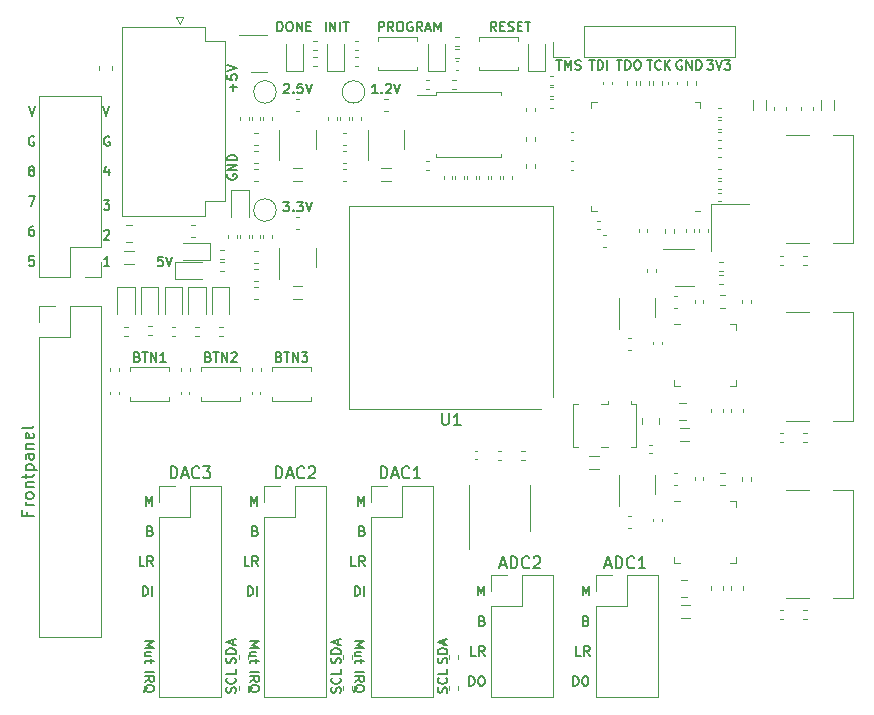
<source format=gbr>
%TF.GenerationSoftware,KiCad,Pcbnew,(5.99.0-10579-g11785b08fe)*%
%TF.CreationDate,2021-05-20T20:29:29+02:00*%
%TF.ProjectId,Mainboard,4d61696e-626f-4617-9264-2e6b69636164,1*%
%TF.SameCoordinates,Original*%
%TF.FileFunction,Legend,Top*%
%TF.FilePolarity,Positive*%
%FSLAX46Y46*%
G04 Gerber Fmt 4.6, Leading zero omitted, Abs format (unit mm)*
G04 Created by KiCad (PCBNEW (5.99.0-10579-g11785b08fe)) date 2021-05-20 20:29:29*
%MOMM*%
%LPD*%
G01*
G04 APERTURE LIST*
%ADD10C,0.150000*%
%ADD11C,0.120000*%
G04 APERTURE END LIST*
D10*
X165040714Y-116794166D02*
X165516904Y-116794166D01*
X164945476Y-117079880D02*
X165278809Y-116079880D01*
X165612142Y-117079880D01*
X165945476Y-117079880D02*
X165945476Y-116079880D01*
X166183571Y-116079880D01*
X166326428Y-116127500D01*
X166421666Y-116222738D01*
X166469285Y-116317976D01*
X166516904Y-116508452D01*
X166516904Y-116651309D01*
X166469285Y-116841785D01*
X166421666Y-116937023D01*
X166326428Y-117032261D01*
X166183571Y-117079880D01*
X165945476Y-117079880D01*
X167516904Y-116984642D02*
X167469285Y-117032261D01*
X167326428Y-117079880D01*
X167231190Y-117079880D01*
X167088333Y-117032261D01*
X166993095Y-116937023D01*
X166945476Y-116841785D01*
X166897857Y-116651309D01*
X166897857Y-116508452D01*
X166945476Y-116317976D01*
X166993095Y-116222738D01*
X167088333Y-116127500D01*
X167231190Y-116079880D01*
X167326428Y-116079880D01*
X167469285Y-116127500D01*
X167516904Y-116175119D01*
X168469285Y-117079880D02*
X167897857Y-117079880D01*
X168183571Y-117079880D02*
X168183571Y-116079880D01*
X168088333Y-116222738D01*
X167993095Y-116317976D01*
X167897857Y-116365595D01*
X128258333Y-109459880D02*
X128258333Y-108459880D01*
X128496428Y-108459880D01*
X128639285Y-108507500D01*
X128734523Y-108602738D01*
X128782142Y-108697976D01*
X128829761Y-108888452D01*
X128829761Y-109031309D01*
X128782142Y-109221785D01*
X128734523Y-109317023D01*
X128639285Y-109412261D01*
X128496428Y-109459880D01*
X128258333Y-109459880D01*
X129210714Y-109174166D02*
X129686904Y-109174166D01*
X129115476Y-109459880D02*
X129448809Y-108459880D01*
X129782142Y-109459880D01*
X130686904Y-109364642D02*
X130639285Y-109412261D01*
X130496428Y-109459880D01*
X130401190Y-109459880D01*
X130258333Y-109412261D01*
X130163095Y-109317023D01*
X130115476Y-109221785D01*
X130067857Y-109031309D01*
X130067857Y-108888452D01*
X130115476Y-108697976D01*
X130163095Y-108602738D01*
X130258333Y-108507500D01*
X130401190Y-108459880D01*
X130496428Y-108459880D01*
X130639285Y-108507500D01*
X130686904Y-108555119D01*
X131020238Y-108459880D02*
X131639285Y-108459880D01*
X131305952Y-108840833D01*
X131448809Y-108840833D01*
X131544047Y-108888452D01*
X131591666Y-108936071D01*
X131639285Y-109031309D01*
X131639285Y-109269404D01*
X131591666Y-109364642D01*
X131544047Y-109412261D01*
X131448809Y-109459880D01*
X131163095Y-109459880D01*
X131067857Y-109412261D01*
X131020238Y-109364642D01*
X156150714Y-116794166D02*
X156626904Y-116794166D01*
X156055476Y-117079880D02*
X156388809Y-116079880D01*
X156722142Y-117079880D01*
X157055476Y-117079880D02*
X157055476Y-116079880D01*
X157293571Y-116079880D01*
X157436428Y-116127500D01*
X157531666Y-116222738D01*
X157579285Y-116317976D01*
X157626904Y-116508452D01*
X157626904Y-116651309D01*
X157579285Y-116841785D01*
X157531666Y-116937023D01*
X157436428Y-117032261D01*
X157293571Y-117079880D01*
X157055476Y-117079880D01*
X158626904Y-116984642D02*
X158579285Y-117032261D01*
X158436428Y-117079880D01*
X158341190Y-117079880D01*
X158198333Y-117032261D01*
X158103095Y-116937023D01*
X158055476Y-116841785D01*
X158007857Y-116651309D01*
X158007857Y-116508452D01*
X158055476Y-116317976D01*
X158103095Y-116222738D01*
X158198333Y-116127500D01*
X158341190Y-116079880D01*
X158436428Y-116079880D01*
X158579285Y-116127500D01*
X158626904Y-116175119D01*
X159007857Y-116175119D02*
X159055476Y-116127500D01*
X159150714Y-116079880D01*
X159388809Y-116079880D01*
X159484047Y-116127500D01*
X159531666Y-116175119D01*
X159579285Y-116270357D01*
X159579285Y-116365595D01*
X159531666Y-116508452D01*
X158960238Y-117079880D01*
X159579285Y-117079880D01*
X146038333Y-109459880D02*
X146038333Y-108459880D01*
X146276428Y-108459880D01*
X146419285Y-108507500D01*
X146514523Y-108602738D01*
X146562142Y-108697976D01*
X146609761Y-108888452D01*
X146609761Y-109031309D01*
X146562142Y-109221785D01*
X146514523Y-109317023D01*
X146419285Y-109412261D01*
X146276428Y-109459880D01*
X146038333Y-109459880D01*
X146990714Y-109174166D02*
X147466904Y-109174166D01*
X146895476Y-109459880D02*
X147228809Y-108459880D01*
X147562142Y-109459880D01*
X148466904Y-109364642D02*
X148419285Y-109412261D01*
X148276428Y-109459880D01*
X148181190Y-109459880D01*
X148038333Y-109412261D01*
X147943095Y-109317023D01*
X147895476Y-109221785D01*
X147847857Y-109031309D01*
X147847857Y-108888452D01*
X147895476Y-108697976D01*
X147943095Y-108602738D01*
X148038333Y-108507500D01*
X148181190Y-108459880D01*
X148276428Y-108459880D01*
X148419285Y-108507500D01*
X148466904Y-108555119D01*
X149419285Y-109459880D02*
X148847857Y-109459880D01*
X149133571Y-109459880D02*
X149133571Y-108459880D01*
X149038333Y-108602738D01*
X148943095Y-108697976D01*
X148847857Y-108745595D01*
X137148333Y-109459880D02*
X137148333Y-108459880D01*
X137386428Y-108459880D01*
X137529285Y-108507500D01*
X137624523Y-108602738D01*
X137672142Y-108697976D01*
X137719761Y-108888452D01*
X137719761Y-109031309D01*
X137672142Y-109221785D01*
X137624523Y-109317023D01*
X137529285Y-109412261D01*
X137386428Y-109459880D01*
X137148333Y-109459880D01*
X138100714Y-109174166D02*
X138576904Y-109174166D01*
X138005476Y-109459880D02*
X138338809Y-108459880D01*
X138672142Y-109459880D01*
X139576904Y-109364642D02*
X139529285Y-109412261D01*
X139386428Y-109459880D01*
X139291190Y-109459880D01*
X139148333Y-109412261D01*
X139053095Y-109317023D01*
X139005476Y-109221785D01*
X138957857Y-109031309D01*
X138957857Y-108888452D01*
X139005476Y-108697976D01*
X139053095Y-108602738D01*
X139148333Y-108507500D01*
X139291190Y-108459880D01*
X139386428Y-108459880D01*
X139529285Y-108507500D01*
X139576904Y-108555119D01*
X139957857Y-108555119D02*
X140005476Y-108507500D01*
X140100714Y-108459880D01*
X140338809Y-108459880D01*
X140434047Y-108507500D01*
X140481666Y-108555119D01*
X140529285Y-108650357D01*
X140529285Y-108745595D01*
X140481666Y-108888452D01*
X139910238Y-109459880D01*
X140529285Y-109459880D01*
X134804523Y-119411904D02*
X134804523Y-118611904D01*
X134995000Y-118611904D01*
X135109285Y-118650000D01*
X135185476Y-118726190D01*
X135223571Y-118802380D01*
X135261666Y-118954761D01*
X135261666Y-119069047D01*
X135223571Y-119221428D01*
X135185476Y-119297619D01*
X135109285Y-119373809D01*
X134995000Y-119411904D01*
X134804523Y-119411904D01*
X135604523Y-119411904D02*
X135604523Y-118611904D01*
X135452142Y-113912857D02*
X135566428Y-113950952D01*
X135604523Y-113989047D01*
X135642619Y-114065238D01*
X135642619Y-114179523D01*
X135604523Y-114255714D01*
X135566428Y-114293809D01*
X135490238Y-114331904D01*
X135185476Y-114331904D01*
X135185476Y-113531904D01*
X135452142Y-113531904D01*
X135528333Y-113570000D01*
X135566428Y-113608095D01*
X135604523Y-113684285D01*
X135604523Y-113760476D01*
X135566428Y-113836666D01*
X135528333Y-113874761D01*
X135452142Y-113912857D01*
X135185476Y-113912857D01*
X135071190Y-111791904D02*
X135071190Y-110991904D01*
X135337857Y-111563333D01*
X135604523Y-110991904D01*
X135604523Y-111791904D01*
X134918809Y-116871904D02*
X134537857Y-116871904D01*
X134537857Y-116071904D01*
X135642619Y-116871904D02*
X135375952Y-116490952D01*
X135185476Y-116871904D02*
X135185476Y-116071904D01*
X135490238Y-116071904D01*
X135566428Y-116110000D01*
X135604523Y-116148095D01*
X135642619Y-116224285D01*
X135642619Y-116338571D01*
X135604523Y-116414761D01*
X135566428Y-116452857D01*
X135490238Y-116490952D01*
X135185476Y-116490952D01*
X154271190Y-119371904D02*
X154271190Y-118571904D01*
X154537857Y-119143333D01*
X154804523Y-118571904D01*
X154804523Y-119371904D01*
X153547380Y-127031904D02*
X153547380Y-126231904D01*
X153737857Y-126231904D01*
X153852142Y-126270000D01*
X153928333Y-126346190D01*
X153966428Y-126422380D01*
X154004523Y-126574761D01*
X154004523Y-126689047D01*
X153966428Y-126841428D01*
X153928333Y-126917619D01*
X153852142Y-126993809D01*
X153737857Y-127031904D01*
X153547380Y-127031904D01*
X154499761Y-126231904D02*
X154652142Y-126231904D01*
X154728333Y-126270000D01*
X154804523Y-126346190D01*
X154842619Y-126498571D01*
X154842619Y-126765238D01*
X154804523Y-126917619D01*
X154728333Y-126993809D01*
X154652142Y-127031904D01*
X154499761Y-127031904D01*
X154423571Y-126993809D01*
X154347380Y-126917619D01*
X154309285Y-126765238D01*
X154309285Y-126498571D01*
X154347380Y-126346190D01*
X154423571Y-126270000D01*
X154499761Y-126231904D01*
X154652142Y-121532857D02*
X154766428Y-121570952D01*
X154804523Y-121609047D01*
X154842619Y-121685238D01*
X154842619Y-121799523D01*
X154804523Y-121875714D01*
X154766428Y-121913809D01*
X154690238Y-121951904D01*
X154385476Y-121951904D01*
X154385476Y-121151904D01*
X154652142Y-121151904D01*
X154728333Y-121190000D01*
X154766428Y-121228095D01*
X154804523Y-121304285D01*
X154804523Y-121380476D01*
X154766428Y-121456666D01*
X154728333Y-121494761D01*
X154652142Y-121532857D01*
X154385476Y-121532857D01*
X154118809Y-124481904D02*
X153737857Y-124481904D01*
X153737857Y-123681904D01*
X154842619Y-124481904D02*
X154575952Y-124100952D01*
X154385476Y-124481904D02*
X154385476Y-123681904D01*
X154690238Y-123681904D01*
X154766428Y-123720000D01*
X154804523Y-123758095D01*
X154842619Y-123834285D01*
X154842619Y-123948571D01*
X154804523Y-124024761D01*
X154766428Y-124062857D01*
X154690238Y-124100952D01*
X154385476Y-124100952D01*
X126028809Y-116871904D02*
X125647857Y-116871904D01*
X125647857Y-116071904D01*
X126752619Y-116871904D02*
X126485952Y-116490952D01*
X126295476Y-116871904D02*
X126295476Y-116071904D01*
X126600238Y-116071904D01*
X126676428Y-116110000D01*
X126714523Y-116148095D01*
X126752619Y-116224285D01*
X126752619Y-116338571D01*
X126714523Y-116414761D01*
X126676428Y-116452857D01*
X126600238Y-116490952D01*
X126295476Y-116490952D01*
X143958809Y-116871904D02*
X143577857Y-116871904D01*
X143577857Y-116071904D01*
X144682619Y-116871904D02*
X144415952Y-116490952D01*
X144225476Y-116871904D02*
X144225476Y-116071904D01*
X144530238Y-116071904D01*
X144606428Y-116110000D01*
X144644523Y-116148095D01*
X144682619Y-116224285D01*
X144682619Y-116338571D01*
X144644523Y-116414761D01*
X144606428Y-116452857D01*
X144530238Y-116490952D01*
X144225476Y-116490952D01*
X126181190Y-111791904D02*
X126181190Y-110991904D01*
X126447857Y-111563333D01*
X126714523Y-110991904D01*
X126714523Y-111791904D01*
X144111190Y-111791904D02*
X144111190Y-110991904D01*
X144377857Y-111563333D01*
X144644523Y-110991904D01*
X144644523Y-111791904D01*
X144492142Y-113912857D02*
X144606428Y-113950952D01*
X144644523Y-113989047D01*
X144682619Y-114065238D01*
X144682619Y-114179523D01*
X144644523Y-114255714D01*
X144606428Y-114293809D01*
X144530238Y-114331904D01*
X144225476Y-114331904D01*
X144225476Y-113531904D01*
X144492142Y-113531904D01*
X144568333Y-113570000D01*
X144606428Y-113608095D01*
X144644523Y-113684285D01*
X144644523Y-113760476D01*
X144606428Y-113836666D01*
X144568333Y-113874761D01*
X144492142Y-113912857D01*
X144225476Y-113912857D01*
X126562142Y-113912857D02*
X126676428Y-113950952D01*
X126714523Y-113989047D01*
X126752619Y-114065238D01*
X126752619Y-114179523D01*
X126714523Y-114255714D01*
X126676428Y-114293809D01*
X126600238Y-114331904D01*
X126295476Y-114331904D01*
X126295476Y-113531904D01*
X126562142Y-113531904D01*
X126638333Y-113570000D01*
X126676428Y-113608095D01*
X126714523Y-113684285D01*
X126714523Y-113760476D01*
X126676428Y-113836666D01*
X126638333Y-113874761D01*
X126562142Y-113912857D01*
X126295476Y-113912857D01*
X143844523Y-119411904D02*
X143844523Y-118611904D01*
X144035000Y-118611904D01*
X144149285Y-118650000D01*
X144225476Y-118726190D01*
X144263571Y-118802380D01*
X144301666Y-118954761D01*
X144301666Y-119069047D01*
X144263571Y-119221428D01*
X144225476Y-119297619D01*
X144149285Y-119373809D01*
X144035000Y-119411904D01*
X143844523Y-119411904D01*
X144644523Y-119411904D02*
X144644523Y-118611904D01*
X125914523Y-119411904D02*
X125914523Y-118611904D01*
X126105000Y-118611904D01*
X126219285Y-118650000D01*
X126295476Y-118726190D01*
X126333571Y-118802380D01*
X126371666Y-118954761D01*
X126371666Y-119069047D01*
X126333571Y-119221428D01*
X126295476Y-119297619D01*
X126219285Y-119373809D01*
X126105000Y-119411904D01*
X125914523Y-119411904D01*
X126714523Y-119411904D02*
X126714523Y-118611904D01*
X163008809Y-124481904D02*
X162627857Y-124481904D01*
X162627857Y-123681904D01*
X163732619Y-124481904D02*
X163465952Y-124100952D01*
X163275476Y-124481904D02*
X163275476Y-123681904D01*
X163580238Y-123681904D01*
X163656428Y-123720000D01*
X163694523Y-123758095D01*
X163732619Y-123834285D01*
X163732619Y-123948571D01*
X163694523Y-124024761D01*
X163656428Y-124062857D01*
X163580238Y-124100952D01*
X163275476Y-124100952D01*
X163452142Y-121532857D02*
X163566428Y-121570952D01*
X163604523Y-121609047D01*
X163642619Y-121685238D01*
X163642619Y-121799523D01*
X163604523Y-121875714D01*
X163566428Y-121913809D01*
X163490238Y-121951904D01*
X163185476Y-121951904D01*
X163185476Y-121151904D01*
X163452142Y-121151904D01*
X163528333Y-121190000D01*
X163566428Y-121228095D01*
X163604523Y-121304285D01*
X163604523Y-121380476D01*
X163566428Y-121456666D01*
X163528333Y-121494761D01*
X163452142Y-121532857D01*
X163185476Y-121532857D01*
X162347380Y-127031904D02*
X162347380Y-126231904D01*
X162537857Y-126231904D01*
X162652142Y-126270000D01*
X162728333Y-126346190D01*
X162766428Y-126422380D01*
X162804523Y-126574761D01*
X162804523Y-126689047D01*
X162766428Y-126841428D01*
X162728333Y-126917619D01*
X162652142Y-126993809D01*
X162537857Y-127031904D01*
X162347380Y-127031904D01*
X163299761Y-126231904D02*
X163452142Y-126231904D01*
X163528333Y-126270000D01*
X163604523Y-126346190D01*
X163642619Y-126498571D01*
X163642619Y-126765238D01*
X163604523Y-126917619D01*
X163528333Y-126993809D01*
X163452142Y-127031904D01*
X163299761Y-127031904D01*
X163223571Y-126993809D01*
X163147380Y-126917619D01*
X163109285Y-126765238D01*
X163109285Y-126498571D01*
X163147380Y-126346190D01*
X163223571Y-126270000D01*
X163299761Y-126231904D01*
X163161190Y-119371904D02*
X163161190Y-118571904D01*
X163427857Y-119143333D01*
X163694523Y-118571904D01*
X163694523Y-119371904D01*
X133736309Y-125101428D02*
X133774404Y-124987142D01*
X133774404Y-124796666D01*
X133736309Y-124720476D01*
X133698214Y-124682380D01*
X133622023Y-124644285D01*
X133545833Y-124644285D01*
X133469642Y-124682380D01*
X133431547Y-124720476D01*
X133393452Y-124796666D01*
X133355357Y-124949047D01*
X133317261Y-125025238D01*
X133279166Y-125063333D01*
X133202976Y-125101428D01*
X133126785Y-125101428D01*
X133050595Y-125063333D01*
X133012500Y-125025238D01*
X132974404Y-124949047D01*
X132974404Y-124758571D01*
X133012500Y-124644285D01*
X133774404Y-124301428D02*
X132974404Y-124301428D01*
X132974404Y-124110952D01*
X133012500Y-123996666D01*
X133088690Y-123920476D01*
X133164880Y-123882380D01*
X133317261Y-123844285D01*
X133431547Y-123844285D01*
X133583928Y-123882380D01*
X133660119Y-123920476D01*
X133736309Y-123996666D01*
X133774404Y-124110952D01*
X133774404Y-124301428D01*
X133545833Y-123539523D02*
X133545833Y-123158571D01*
X133774404Y-123615714D02*
X132974404Y-123349047D01*
X133774404Y-123082380D01*
X134955595Y-125850952D02*
X135755595Y-125850952D01*
X134955595Y-126689047D02*
X135336547Y-126422380D01*
X134955595Y-126231904D02*
X135755595Y-126231904D01*
X135755595Y-126536666D01*
X135717500Y-126612857D01*
X135679404Y-126650952D01*
X135603214Y-126689047D01*
X135488928Y-126689047D01*
X135412738Y-126650952D01*
X135374642Y-126612857D01*
X135336547Y-126536666D01*
X135336547Y-126231904D01*
X134879404Y-127565238D02*
X134917500Y-127489047D01*
X134993690Y-127412857D01*
X135107976Y-127298571D01*
X135146071Y-127222380D01*
X135146071Y-127146190D01*
X134955595Y-127184285D02*
X134993690Y-127108095D01*
X135069880Y-127031904D01*
X135222261Y-126993809D01*
X135488928Y-126993809D01*
X135641309Y-127031904D01*
X135717500Y-127108095D01*
X135755595Y-127184285D01*
X135755595Y-127336666D01*
X135717500Y-127412857D01*
X135641309Y-127489047D01*
X135488928Y-127527142D01*
X135222261Y-127527142D01*
X135069880Y-127489047D01*
X134993690Y-127412857D01*
X134955595Y-127336666D01*
X134955595Y-127184285D01*
X134955595Y-123272857D02*
X135755595Y-123272857D01*
X135184166Y-123539523D01*
X135755595Y-123806190D01*
X134955595Y-123806190D01*
X135488928Y-124530000D02*
X134955595Y-124530000D01*
X135488928Y-124187142D02*
X135069880Y-124187142D01*
X134993690Y-124225238D01*
X134955595Y-124301428D01*
X134955595Y-124415714D01*
X134993690Y-124491904D01*
X135031785Y-124530000D01*
X135488928Y-124796666D02*
X135488928Y-125101428D01*
X135755595Y-124910952D02*
X135069880Y-124910952D01*
X134993690Y-124949047D01*
X134955595Y-125025238D01*
X134955595Y-125101428D01*
X133736309Y-127622380D02*
X133774404Y-127508095D01*
X133774404Y-127317619D01*
X133736309Y-127241428D01*
X133698214Y-127203333D01*
X133622023Y-127165238D01*
X133545833Y-127165238D01*
X133469642Y-127203333D01*
X133431547Y-127241428D01*
X133393452Y-127317619D01*
X133355357Y-127470000D01*
X133317261Y-127546190D01*
X133279166Y-127584285D01*
X133202976Y-127622380D01*
X133126785Y-127622380D01*
X133050595Y-127584285D01*
X133012500Y-127546190D01*
X132974404Y-127470000D01*
X132974404Y-127279523D01*
X133012500Y-127165238D01*
X133698214Y-126365238D02*
X133736309Y-126403333D01*
X133774404Y-126517619D01*
X133774404Y-126593809D01*
X133736309Y-126708095D01*
X133660119Y-126784285D01*
X133583928Y-126822380D01*
X133431547Y-126860476D01*
X133317261Y-126860476D01*
X133164880Y-126822380D01*
X133088690Y-126784285D01*
X133012500Y-126708095D01*
X132974404Y-126593809D01*
X132974404Y-126517619D01*
X133012500Y-126403333D01*
X133050595Y-126365238D01*
X133774404Y-125641428D02*
X133774404Y-126022380D01*
X132974404Y-126022380D01*
X133100000Y-83734523D02*
X133061904Y-83810714D01*
X133061904Y-83925000D01*
X133100000Y-84039285D01*
X133176190Y-84115476D01*
X133252380Y-84153571D01*
X133404761Y-84191666D01*
X133519047Y-84191666D01*
X133671428Y-84153571D01*
X133747619Y-84115476D01*
X133823809Y-84039285D01*
X133861904Y-83925000D01*
X133861904Y-83848809D01*
X133823809Y-83734523D01*
X133785714Y-83696428D01*
X133519047Y-83696428D01*
X133519047Y-83848809D01*
X133861904Y-83353571D02*
X133061904Y-83353571D01*
X133861904Y-82896428D01*
X133061904Y-82896428D01*
X133861904Y-82515476D02*
X133061904Y-82515476D01*
X133061904Y-82325000D01*
X133100000Y-82210714D01*
X133176190Y-82134523D01*
X133252380Y-82096428D01*
X133404761Y-82058333D01*
X133519047Y-82058333D01*
X133671428Y-82096428D01*
X133747619Y-82134523D01*
X133823809Y-82210714D01*
X133861904Y-82325000D01*
X133861904Y-82515476D01*
X133557142Y-76653571D02*
X133557142Y-76044047D01*
X133861904Y-76348809D02*
X133252380Y-76348809D01*
X133061904Y-75282142D02*
X133061904Y-75663095D01*
X133442857Y-75701190D01*
X133404761Y-75663095D01*
X133366666Y-75586904D01*
X133366666Y-75396428D01*
X133404761Y-75320238D01*
X133442857Y-75282142D01*
X133519047Y-75244047D01*
X133709523Y-75244047D01*
X133785714Y-75282142D01*
X133823809Y-75320238D01*
X133861904Y-75396428D01*
X133861904Y-75586904D01*
X133823809Y-75663095D01*
X133785714Y-75701190D01*
X133061904Y-75015476D02*
X133861904Y-74748809D01*
X133061904Y-74482142D01*
X116653928Y-88131904D02*
X116501547Y-88131904D01*
X116425357Y-88170000D01*
X116387261Y-88208095D01*
X116311071Y-88322380D01*
X116272976Y-88474761D01*
X116272976Y-88779523D01*
X116311071Y-88855714D01*
X116349166Y-88893809D01*
X116425357Y-88931904D01*
X116577738Y-88931904D01*
X116653928Y-88893809D01*
X116692023Y-88855714D01*
X116730119Y-88779523D01*
X116730119Y-88589047D01*
X116692023Y-88512857D01*
X116653928Y-88474761D01*
X116577738Y-88436666D01*
X116425357Y-88436666D01*
X116349166Y-88474761D01*
X116311071Y-88512857D01*
X116272976Y-88589047D01*
X116692023Y-80550000D02*
X116615833Y-80511904D01*
X116501547Y-80511904D01*
X116387261Y-80550000D01*
X116311071Y-80626190D01*
X116272976Y-80702380D01*
X116234880Y-80854761D01*
X116234880Y-80969047D01*
X116272976Y-81121428D01*
X116311071Y-81197619D01*
X116387261Y-81273809D01*
X116501547Y-81311904D01*
X116577738Y-81311904D01*
X116692023Y-81273809D01*
X116730119Y-81235714D01*
X116730119Y-80969047D01*
X116577738Y-80969047D01*
X116425357Y-83394761D02*
X116349166Y-83356666D01*
X116311071Y-83318571D01*
X116272976Y-83242380D01*
X116272976Y-83204285D01*
X116311071Y-83128095D01*
X116349166Y-83090000D01*
X116425357Y-83051904D01*
X116577738Y-83051904D01*
X116653928Y-83090000D01*
X116692023Y-83128095D01*
X116730119Y-83204285D01*
X116730119Y-83242380D01*
X116692023Y-83318571D01*
X116653928Y-83356666D01*
X116577738Y-83394761D01*
X116425357Y-83394761D01*
X116349166Y-83432857D01*
X116311071Y-83470952D01*
X116272976Y-83547142D01*
X116272976Y-83699523D01*
X116311071Y-83775714D01*
X116349166Y-83813809D01*
X116425357Y-83851904D01*
X116577738Y-83851904D01*
X116653928Y-83813809D01*
X116692023Y-83775714D01*
X116730119Y-83699523D01*
X116730119Y-83547142D01*
X116692023Y-83470952D01*
X116653928Y-83432857D01*
X116577738Y-83394761D01*
X116692023Y-90671904D02*
X116311071Y-90671904D01*
X116272976Y-91052857D01*
X116311071Y-91014761D01*
X116387261Y-90976666D01*
X116577738Y-90976666D01*
X116653928Y-91014761D01*
X116692023Y-91052857D01*
X116730119Y-91129047D01*
X116730119Y-91319523D01*
X116692023Y-91395714D01*
X116653928Y-91433809D01*
X116577738Y-91471904D01*
X116387261Y-91471904D01*
X116311071Y-91433809D01*
X116272976Y-91395714D01*
X116234880Y-85591904D02*
X116768214Y-85591904D01*
X116425357Y-86391904D01*
X116272976Y-77971904D02*
X116539642Y-78771904D01*
X116806309Y-77971904D01*
X123084523Y-91471904D02*
X122627380Y-91471904D01*
X122855952Y-91471904D02*
X122855952Y-90671904D01*
X122779761Y-90786190D01*
X122703571Y-90862380D01*
X122627380Y-90900476D01*
X123084523Y-80550000D02*
X123008333Y-80511904D01*
X122894047Y-80511904D01*
X122779761Y-80550000D01*
X122703571Y-80626190D01*
X122665476Y-80702380D01*
X122627380Y-80854761D01*
X122627380Y-80969047D01*
X122665476Y-81121428D01*
X122703571Y-81197619D01*
X122779761Y-81273809D01*
X122894047Y-81311904D01*
X122970238Y-81311904D01*
X123084523Y-81273809D01*
X123122619Y-81235714D01*
X123122619Y-80969047D01*
X122970238Y-80969047D01*
X122589285Y-85921904D02*
X123084523Y-85921904D01*
X122817857Y-86226666D01*
X122932142Y-86226666D01*
X123008333Y-86264761D01*
X123046428Y-86302857D01*
X123084523Y-86379047D01*
X123084523Y-86569523D01*
X123046428Y-86645714D01*
X123008333Y-86683809D01*
X122932142Y-86721904D01*
X122703571Y-86721904D01*
X122627380Y-86683809D01*
X122589285Y-86645714D01*
X122627380Y-88538095D02*
X122665476Y-88500000D01*
X122741666Y-88461904D01*
X122932142Y-88461904D01*
X123008333Y-88500000D01*
X123046428Y-88538095D01*
X123084523Y-88614285D01*
X123084523Y-88690476D01*
X123046428Y-88804761D01*
X122589285Y-89261904D01*
X123084523Y-89261904D01*
X123008333Y-83288571D02*
X123008333Y-83821904D01*
X122817857Y-82983809D02*
X122627380Y-83555238D01*
X123122619Y-83555238D01*
X122551190Y-77971904D02*
X122817857Y-78771904D01*
X123084523Y-77971904D01*
X137819047Y-86061904D02*
X138314285Y-86061904D01*
X138047619Y-86366666D01*
X138161904Y-86366666D01*
X138238095Y-86404761D01*
X138276190Y-86442857D01*
X138314285Y-86519047D01*
X138314285Y-86709523D01*
X138276190Y-86785714D01*
X138238095Y-86823809D01*
X138161904Y-86861904D01*
X137933333Y-86861904D01*
X137857142Y-86823809D01*
X137819047Y-86785714D01*
X138657142Y-86785714D02*
X138695238Y-86823809D01*
X138657142Y-86861904D01*
X138619047Y-86823809D01*
X138657142Y-86785714D01*
X138657142Y-86861904D01*
X138961904Y-86061904D02*
X139457142Y-86061904D01*
X139190476Y-86366666D01*
X139304761Y-86366666D01*
X139380952Y-86404761D01*
X139419047Y-86442857D01*
X139457142Y-86519047D01*
X139457142Y-86709523D01*
X139419047Y-86785714D01*
X139380952Y-86823809D01*
X139304761Y-86861904D01*
X139076190Y-86861904D01*
X139000000Y-86823809D01*
X138961904Y-86785714D01*
X139685714Y-86061904D02*
X139952380Y-86861904D01*
X140219047Y-86061904D01*
X143845595Y-123272857D02*
X144645595Y-123272857D01*
X144074166Y-123539523D01*
X144645595Y-123806190D01*
X143845595Y-123806190D01*
X144378928Y-124530000D02*
X143845595Y-124530000D01*
X144378928Y-124187142D02*
X143959880Y-124187142D01*
X143883690Y-124225238D01*
X143845595Y-124301428D01*
X143845595Y-124415714D01*
X143883690Y-124491904D01*
X143921785Y-124530000D01*
X144378928Y-124796666D02*
X144378928Y-125101428D01*
X144645595Y-124910952D02*
X143959880Y-124910952D01*
X143883690Y-124949047D01*
X143845595Y-125025238D01*
X143845595Y-125101428D01*
X171550476Y-74100000D02*
X171474285Y-74061904D01*
X171360000Y-74061904D01*
X171245714Y-74100000D01*
X171169523Y-74176190D01*
X171131428Y-74252380D01*
X171093333Y-74404761D01*
X171093333Y-74519047D01*
X171131428Y-74671428D01*
X171169523Y-74747619D01*
X171245714Y-74823809D01*
X171360000Y-74861904D01*
X171436190Y-74861904D01*
X171550476Y-74823809D01*
X171588571Y-74785714D01*
X171588571Y-74519047D01*
X171436190Y-74519047D01*
X171931428Y-74861904D02*
X171931428Y-74061904D01*
X172388571Y-74861904D01*
X172388571Y-74061904D01*
X172769523Y-74861904D02*
X172769523Y-74061904D01*
X172960000Y-74061904D01*
X173074285Y-74100000D01*
X173150476Y-74176190D01*
X173188571Y-74252380D01*
X173226666Y-74404761D01*
X173226666Y-74519047D01*
X173188571Y-74671428D01*
X173150476Y-74747619D01*
X173074285Y-74823809D01*
X172960000Y-74861904D01*
X172769523Y-74861904D01*
X168591428Y-74061904D02*
X169048571Y-74061904D01*
X168820000Y-74861904D02*
X168820000Y-74061904D01*
X169772380Y-74785714D02*
X169734285Y-74823809D01*
X169620000Y-74861904D01*
X169543809Y-74861904D01*
X169429523Y-74823809D01*
X169353333Y-74747619D01*
X169315238Y-74671428D01*
X169277142Y-74519047D01*
X169277142Y-74404761D01*
X169315238Y-74252380D01*
X169353333Y-74176190D01*
X169429523Y-74100000D01*
X169543809Y-74061904D01*
X169620000Y-74061904D01*
X169734285Y-74100000D01*
X169772380Y-74138095D01*
X170115238Y-74861904D02*
X170115238Y-74061904D01*
X170572380Y-74861904D02*
X170229523Y-74404761D01*
X170572380Y-74061904D02*
X170115238Y-74519047D01*
X141385714Y-71611904D02*
X141385714Y-70811904D01*
X141766666Y-71611904D02*
X141766666Y-70811904D01*
X142223809Y-71611904D01*
X142223809Y-70811904D01*
X142604761Y-71611904D02*
X142604761Y-70811904D01*
X142871428Y-70811904D02*
X143328571Y-70811904D01*
X143100000Y-71611904D02*
X143100000Y-70811904D01*
X126065595Y-123272857D02*
X126865595Y-123272857D01*
X126294166Y-123539523D01*
X126865595Y-123806190D01*
X126065595Y-123806190D01*
X126598928Y-124530000D02*
X126065595Y-124530000D01*
X126598928Y-124187142D02*
X126179880Y-124187142D01*
X126103690Y-124225238D01*
X126065595Y-124301428D01*
X126065595Y-124415714D01*
X126103690Y-124491904D01*
X126141785Y-124530000D01*
X126598928Y-124796666D02*
X126598928Y-125101428D01*
X126865595Y-124910952D02*
X126179880Y-124910952D01*
X126103690Y-124949047D01*
X126065595Y-125025238D01*
X126065595Y-125101428D01*
X173709523Y-74061904D02*
X174204761Y-74061904D01*
X173938095Y-74366666D01*
X174052380Y-74366666D01*
X174128571Y-74404761D01*
X174166666Y-74442857D01*
X174204761Y-74519047D01*
X174204761Y-74709523D01*
X174166666Y-74785714D01*
X174128571Y-74823809D01*
X174052380Y-74861904D01*
X173823809Y-74861904D01*
X173747619Y-74823809D01*
X173709523Y-74785714D01*
X174433333Y-74061904D02*
X174700000Y-74861904D01*
X174966666Y-74061904D01*
X175157142Y-74061904D02*
X175652380Y-74061904D01*
X175385714Y-74366666D01*
X175500000Y-74366666D01*
X175576190Y-74404761D01*
X175614285Y-74442857D01*
X175652380Y-74519047D01*
X175652380Y-74709523D01*
X175614285Y-74785714D01*
X175576190Y-74823809D01*
X175500000Y-74861904D01*
X175271428Y-74861904D01*
X175195238Y-74823809D01*
X175157142Y-74785714D01*
X137452380Y-99172857D02*
X137566666Y-99210952D01*
X137604761Y-99249047D01*
X137642857Y-99325238D01*
X137642857Y-99439523D01*
X137604761Y-99515714D01*
X137566666Y-99553809D01*
X137490476Y-99591904D01*
X137185714Y-99591904D01*
X137185714Y-98791904D01*
X137452380Y-98791904D01*
X137528571Y-98830000D01*
X137566666Y-98868095D01*
X137604761Y-98944285D01*
X137604761Y-99020476D01*
X137566666Y-99096666D01*
X137528571Y-99134761D01*
X137452380Y-99172857D01*
X137185714Y-99172857D01*
X137871428Y-98791904D02*
X138328571Y-98791904D01*
X138100000Y-99591904D02*
X138100000Y-98791904D01*
X138595238Y-99591904D02*
X138595238Y-98791904D01*
X139052380Y-99591904D01*
X139052380Y-98791904D01*
X139357142Y-98791904D02*
X139852380Y-98791904D01*
X139585714Y-99096666D01*
X139700000Y-99096666D01*
X139776190Y-99134761D01*
X139814285Y-99172857D01*
X139852380Y-99249047D01*
X139852380Y-99439523D01*
X139814285Y-99515714D01*
X139776190Y-99553809D01*
X139700000Y-99591904D01*
X139471428Y-99591904D01*
X139395238Y-99553809D01*
X139357142Y-99515714D01*
X125452380Y-99172857D02*
X125566666Y-99210952D01*
X125604761Y-99249047D01*
X125642857Y-99325238D01*
X125642857Y-99439523D01*
X125604761Y-99515714D01*
X125566666Y-99553809D01*
X125490476Y-99591904D01*
X125185714Y-99591904D01*
X125185714Y-98791904D01*
X125452380Y-98791904D01*
X125528571Y-98830000D01*
X125566666Y-98868095D01*
X125604761Y-98944285D01*
X125604761Y-99020476D01*
X125566666Y-99096666D01*
X125528571Y-99134761D01*
X125452380Y-99172857D01*
X125185714Y-99172857D01*
X125871428Y-98791904D02*
X126328571Y-98791904D01*
X126100000Y-99591904D02*
X126100000Y-98791904D01*
X126595238Y-99591904D02*
X126595238Y-98791904D01*
X127052380Y-99591904D01*
X127052380Y-98791904D01*
X127852380Y-99591904D02*
X127395238Y-99591904D01*
X127623809Y-99591904D02*
X127623809Y-98791904D01*
X127547619Y-98906190D01*
X127471428Y-98982380D01*
X127395238Y-99020476D01*
X166032380Y-74061904D02*
X166489523Y-74061904D01*
X166260952Y-74861904D02*
X166260952Y-74061904D01*
X166756190Y-74861904D02*
X166756190Y-74061904D01*
X166946666Y-74061904D01*
X167060952Y-74100000D01*
X167137142Y-74176190D01*
X167175238Y-74252380D01*
X167213333Y-74404761D01*
X167213333Y-74519047D01*
X167175238Y-74671428D01*
X167137142Y-74747619D01*
X167060952Y-74823809D01*
X166946666Y-74861904D01*
X166756190Y-74861904D01*
X167708571Y-74061904D02*
X167860952Y-74061904D01*
X167937142Y-74100000D01*
X168013333Y-74176190D01*
X168051428Y-74328571D01*
X168051428Y-74595238D01*
X168013333Y-74747619D01*
X167937142Y-74823809D01*
X167860952Y-74861904D01*
X167708571Y-74861904D01*
X167632380Y-74823809D01*
X167556190Y-74747619D01*
X167518095Y-74595238D01*
X167518095Y-74328571D01*
X167556190Y-74176190D01*
X167632380Y-74100000D01*
X167708571Y-74061904D01*
X137290476Y-71611904D02*
X137290476Y-70811904D01*
X137480952Y-70811904D01*
X137595238Y-70850000D01*
X137671428Y-70926190D01*
X137709523Y-71002380D01*
X137747619Y-71154761D01*
X137747619Y-71269047D01*
X137709523Y-71421428D01*
X137671428Y-71497619D01*
X137595238Y-71573809D01*
X137480952Y-71611904D01*
X137290476Y-71611904D01*
X138242857Y-70811904D02*
X138395238Y-70811904D01*
X138471428Y-70850000D01*
X138547619Y-70926190D01*
X138585714Y-71078571D01*
X138585714Y-71345238D01*
X138547619Y-71497619D01*
X138471428Y-71573809D01*
X138395238Y-71611904D01*
X138242857Y-71611904D01*
X138166666Y-71573809D01*
X138090476Y-71497619D01*
X138052380Y-71345238D01*
X138052380Y-71078571D01*
X138090476Y-70926190D01*
X138166666Y-70850000D01*
X138242857Y-70811904D01*
X138928571Y-71611904D02*
X138928571Y-70811904D01*
X139385714Y-71611904D01*
X139385714Y-70811904D01*
X139766666Y-71192857D02*
X140033333Y-71192857D01*
X140147619Y-71611904D02*
X139766666Y-71611904D01*
X139766666Y-70811904D01*
X140147619Y-70811904D01*
X155838095Y-71611904D02*
X155571428Y-71230952D01*
X155380952Y-71611904D02*
X155380952Y-70811904D01*
X155685714Y-70811904D01*
X155761904Y-70850000D01*
X155800000Y-70888095D01*
X155838095Y-70964285D01*
X155838095Y-71078571D01*
X155800000Y-71154761D01*
X155761904Y-71192857D01*
X155685714Y-71230952D01*
X155380952Y-71230952D01*
X156180952Y-71192857D02*
X156447619Y-71192857D01*
X156561904Y-71611904D02*
X156180952Y-71611904D01*
X156180952Y-70811904D01*
X156561904Y-70811904D01*
X156866666Y-71573809D02*
X156980952Y-71611904D01*
X157171428Y-71611904D01*
X157247619Y-71573809D01*
X157285714Y-71535714D01*
X157323809Y-71459523D01*
X157323809Y-71383333D01*
X157285714Y-71307142D01*
X157247619Y-71269047D01*
X157171428Y-71230952D01*
X157019047Y-71192857D01*
X156942857Y-71154761D01*
X156904761Y-71116666D01*
X156866666Y-71040476D01*
X156866666Y-70964285D01*
X156904761Y-70888095D01*
X156942857Y-70850000D01*
X157019047Y-70811904D01*
X157209523Y-70811904D01*
X157323809Y-70850000D01*
X157666666Y-71192857D02*
X157933333Y-71192857D01*
X158047619Y-71611904D02*
X157666666Y-71611904D01*
X157666666Y-70811904D01*
X158047619Y-70811904D01*
X158276190Y-70811904D02*
X158733333Y-70811904D01*
X158504761Y-71611904D02*
X158504761Y-70811904D01*
X131452380Y-99172857D02*
X131566666Y-99210952D01*
X131604761Y-99249047D01*
X131642857Y-99325238D01*
X131642857Y-99439523D01*
X131604761Y-99515714D01*
X131566666Y-99553809D01*
X131490476Y-99591904D01*
X131185714Y-99591904D01*
X131185714Y-98791904D01*
X131452380Y-98791904D01*
X131528571Y-98830000D01*
X131566666Y-98868095D01*
X131604761Y-98944285D01*
X131604761Y-99020476D01*
X131566666Y-99096666D01*
X131528571Y-99134761D01*
X131452380Y-99172857D01*
X131185714Y-99172857D01*
X131871428Y-98791904D02*
X132328571Y-98791904D01*
X132100000Y-99591904D02*
X132100000Y-98791904D01*
X132595238Y-99591904D02*
X132595238Y-98791904D01*
X133052380Y-99591904D01*
X133052380Y-98791904D01*
X133395238Y-98868095D02*
X133433333Y-98830000D01*
X133509523Y-98791904D01*
X133700000Y-98791904D01*
X133776190Y-98830000D01*
X133814285Y-98868095D01*
X133852380Y-98944285D01*
X133852380Y-99020476D01*
X133814285Y-99134761D01*
X133357142Y-99591904D01*
X133852380Y-99591904D01*
X137857142Y-76138095D02*
X137895238Y-76100000D01*
X137971428Y-76061904D01*
X138161904Y-76061904D01*
X138238095Y-76100000D01*
X138276190Y-76138095D01*
X138314285Y-76214285D01*
X138314285Y-76290476D01*
X138276190Y-76404761D01*
X137819047Y-76861904D01*
X138314285Y-76861904D01*
X138657142Y-76785714D02*
X138695238Y-76823809D01*
X138657142Y-76861904D01*
X138619047Y-76823809D01*
X138657142Y-76785714D01*
X138657142Y-76861904D01*
X139419047Y-76061904D02*
X139038095Y-76061904D01*
X139000000Y-76442857D01*
X139038095Y-76404761D01*
X139114285Y-76366666D01*
X139304761Y-76366666D01*
X139380952Y-76404761D01*
X139419047Y-76442857D01*
X139457142Y-76519047D01*
X139457142Y-76709523D01*
X139419047Y-76785714D01*
X139380952Y-76823809D01*
X139304761Y-76861904D01*
X139114285Y-76861904D01*
X139038095Y-76823809D01*
X139000000Y-76785714D01*
X139685714Y-76061904D02*
X139952380Y-76861904D01*
X140219047Y-76061904D01*
X145814285Y-76861904D02*
X145357142Y-76861904D01*
X145585714Y-76861904D02*
X145585714Y-76061904D01*
X145509523Y-76176190D01*
X145433333Y-76252380D01*
X145357142Y-76290476D01*
X146157142Y-76785714D02*
X146195238Y-76823809D01*
X146157142Y-76861904D01*
X146119047Y-76823809D01*
X146157142Y-76785714D01*
X146157142Y-76861904D01*
X146500000Y-76138095D02*
X146538095Y-76100000D01*
X146614285Y-76061904D01*
X146804761Y-76061904D01*
X146880952Y-76100000D01*
X146919047Y-76138095D01*
X146957142Y-76214285D01*
X146957142Y-76290476D01*
X146919047Y-76404761D01*
X146461904Y-76861904D01*
X146957142Y-76861904D01*
X147185714Y-76061904D02*
X147452380Y-76861904D01*
X147719047Y-76061904D01*
X163720952Y-74061904D02*
X164178095Y-74061904D01*
X163949523Y-74861904D02*
X163949523Y-74061904D01*
X164444761Y-74861904D02*
X164444761Y-74061904D01*
X164635238Y-74061904D01*
X164749523Y-74100000D01*
X164825714Y-74176190D01*
X164863809Y-74252380D01*
X164901904Y-74404761D01*
X164901904Y-74519047D01*
X164863809Y-74671428D01*
X164825714Y-74747619D01*
X164749523Y-74823809D01*
X164635238Y-74861904D01*
X164444761Y-74861904D01*
X165244761Y-74861904D02*
X165244761Y-74061904D01*
X145871428Y-71611904D02*
X145871428Y-70811904D01*
X146176190Y-70811904D01*
X146252380Y-70850000D01*
X146290476Y-70888095D01*
X146328571Y-70964285D01*
X146328571Y-71078571D01*
X146290476Y-71154761D01*
X146252380Y-71192857D01*
X146176190Y-71230952D01*
X145871428Y-71230952D01*
X147128571Y-71611904D02*
X146861904Y-71230952D01*
X146671428Y-71611904D02*
X146671428Y-70811904D01*
X146976190Y-70811904D01*
X147052380Y-70850000D01*
X147090476Y-70888095D01*
X147128571Y-70964285D01*
X147128571Y-71078571D01*
X147090476Y-71154761D01*
X147052380Y-71192857D01*
X146976190Y-71230952D01*
X146671428Y-71230952D01*
X147623809Y-70811904D02*
X147776190Y-70811904D01*
X147852380Y-70850000D01*
X147928571Y-70926190D01*
X147966666Y-71078571D01*
X147966666Y-71345238D01*
X147928571Y-71497619D01*
X147852380Y-71573809D01*
X147776190Y-71611904D01*
X147623809Y-71611904D01*
X147547619Y-71573809D01*
X147471428Y-71497619D01*
X147433333Y-71345238D01*
X147433333Y-71078571D01*
X147471428Y-70926190D01*
X147547619Y-70850000D01*
X147623809Y-70811904D01*
X148728571Y-70850000D02*
X148652380Y-70811904D01*
X148538095Y-70811904D01*
X148423809Y-70850000D01*
X148347619Y-70926190D01*
X148309523Y-71002380D01*
X148271428Y-71154761D01*
X148271428Y-71269047D01*
X148309523Y-71421428D01*
X148347619Y-71497619D01*
X148423809Y-71573809D01*
X148538095Y-71611904D01*
X148614285Y-71611904D01*
X148728571Y-71573809D01*
X148766666Y-71535714D01*
X148766666Y-71269047D01*
X148614285Y-71269047D01*
X149566666Y-71611904D02*
X149300000Y-71230952D01*
X149109523Y-71611904D02*
X149109523Y-70811904D01*
X149414285Y-70811904D01*
X149490476Y-70850000D01*
X149528571Y-70888095D01*
X149566666Y-70964285D01*
X149566666Y-71078571D01*
X149528571Y-71154761D01*
X149490476Y-71192857D01*
X149414285Y-71230952D01*
X149109523Y-71230952D01*
X149871428Y-71383333D02*
X150252380Y-71383333D01*
X149795238Y-71611904D02*
X150061904Y-70811904D01*
X150328571Y-71611904D01*
X150595238Y-71611904D02*
X150595238Y-70811904D01*
X150861904Y-71383333D01*
X151128571Y-70811904D01*
X151128571Y-71611904D01*
X127597619Y-90686904D02*
X127216666Y-90686904D01*
X127178571Y-91067857D01*
X127216666Y-91029761D01*
X127292857Y-90991666D01*
X127483333Y-90991666D01*
X127559523Y-91029761D01*
X127597619Y-91067857D01*
X127635714Y-91144047D01*
X127635714Y-91334523D01*
X127597619Y-91410714D01*
X127559523Y-91448809D01*
X127483333Y-91486904D01*
X127292857Y-91486904D01*
X127216666Y-91448809D01*
X127178571Y-91410714D01*
X127864285Y-90686904D02*
X128130952Y-91486904D01*
X128397619Y-90686904D01*
X151641309Y-125101428D02*
X151679404Y-124987142D01*
X151679404Y-124796666D01*
X151641309Y-124720476D01*
X151603214Y-124682380D01*
X151527023Y-124644285D01*
X151450833Y-124644285D01*
X151374642Y-124682380D01*
X151336547Y-124720476D01*
X151298452Y-124796666D01*
X151260357Y-124949047D01*
X151222261Y-125025238D01*
X151184166Y-125063333D01*
X151107976Y-125101428D01*
X151031785Y-125101428D01*
X150955595Y-125063333D01*
X150917500Y-125025238D01*
X150879404Y-124949047D01*
X150879404Y-124758571D01*
X150917500Y-124644285D01*
X151679404Y-124301428D02*
X150879404Y-124301428D01*
X150879404Y-124110952D01*
X150917500Y-123996666D01*
X150993690Y-123920476D01*
X151069880Y-123882380D01*
X151222261Y-123844285D01*
X151336547Y-123844285D01*
X151488928Y-123882380D01*
X151565119Y-123920476D01*
X151641309Y-123996666D01*
X151679404Y-124110952D01*
X151679404Y-124301428D01*
X151450833Y-123539523D02*
X151450833Y-123158571D01*
X151679404Y-123615714D02*
X150879404Y-123349047D01*
X151679404Y-123082380D01*
X126065595Y-125850952D02*
X126865595Y-125850952D01*
X126065595Y-126689047D02*
X126446547Y-126422380D01*
X126065595Y-126231904D02*
X126865595Y-126231904D01*
X126865595Y-126536666D01*
X126827500Y-126612857D01*
X126789404Y-126650952D01*
X126713214Y-126689047D01*
X126598928Y-126689047D01*
X126522738Y-126650952D01*
X126484642Y-126612857D01*
X126446547Y-126536666D01*
X126446547Y-126231904D01*
X125989404Y-127565238D02*
X126027500Y-127489047D01*
X126103690Y-127412857D01*
X126217976Y-127298571D01*
X126256071Y-127222380D01*
X126256071Y-127146190D01*
X126065595Y-127184285D02*
X126103690Y-127108095D01*
X126179880Y-127031904D01*
X126332261Y-126993809D01*
X126598928Y-126993809D01*
X126751309Y-127031904D01*
X126827500Y-127108095D01*
X126865595Y-127184285D01*
X126865595Y-127336666D01*
X126827500Y-127412857D01*
X126751309Y-127489047D01*
X126598928Y-127527142D01*
X126332261Y-127527142D01*
X126179880Y-127489047D01*
X126103690Y-127412857D01*
X126065595Y-127336666D01*
X126065595Y-127184285D01*
X151641309Y-127622380D02*
X151679404Y-127508095D01*
X151679404Y-127317619D01*
X151641309Y-127241428D01*
X151603214Y-127203333D01*
X151527023Y-127165238D01*
X151450833Y-127165238D01*
X151374642Y-127203333D01*
X151336547Y-127241428D01*
X151298452Y-127317619D01*
X151260357Y-127470000D01*
X151222261Y-127546190D01*
X151184166Y-127584285D01*
X151107976Y-127622380D01*
X151031785Y-127622380D01*
X150955595Y-127584285D01*
X150917500Y-127546190D01*
X150879404Y-127470000D01*
X150879404Y-127279523D01*
X150917500Y-127165238D01*
X151603214Y-126365238D02*
X151641309Y-126403333D01*
X151679404Y-126517619D01*
X151679404Y-126593809D01*
X151641309Y-126708095D01*
X151565119Y-126784285D01*
X151488928Y-126822380D01*
X151336547Y-126860476D01*
X151222261Y-126860476D01*
X151069880Y-126822380D01*
X150993690Y-126784285D01*
X150917500Y-126708095D01*
X150879404Y-126593809D01*
X150879404Y-126517619D01*
X150917500Y-126403333D01*
X150955595Y-126365238D01*
X151679404Y-125641428D02*
X151679404Y-126022380D01*
X150879404Y-126022380D01*
X142626309Y-127622380D02*
X142664404Y-127508095D01*
X142664404Y-127317619D01*
X142626309Y-127241428D01*
X142588214Y-127203333D01*
X142512023Y-127165238D01*
X142435833Y-127165238D01*
X142359642Y-127203333D01*
X142321547Y-127241428D01*
X142283452Y-127317619D01*
X142245357Y-127470000D01*
X142207261Y-127546190D01*
X142169166Y-127584285D01*
X142092976Y-127622380D01*
X142016785Y-127622380D01*
X141940595Y-127584285D01*
X141902500Y-127546190D01*
X141864404Y-127470000D01*
X141864404Y-127279523D01*
X141902500Y-127165238D01*
X142588214Y-126365238D02*
X142626309Y-126403333D01*
X142664404Y-126517619D01*
X142664404Y-126593809D01*
X142626309Y-126708095D01*
X142550119Y-126784285D01*
X142473928Y-126822380D01*
X142321547Y-126860476D01*
X142207261Y-126860476D01*
X142054880Y-126822380D01*
X141978690Y-126784285D01*
X141902500Y-126708095D01*
X141864404Y-126593809D01*
X141864404Y-126517619D01*
X141902500Y-126403333D01*
X141940595Y-126365238D01*
X142664404Y-125641428D02*
X142664404Y-126022380D01*
X141864404Y-126022380D01*
X142626309Y-125101428D02*
X142664404Y-124987142D01*
X142664404Y-124796666D01*
X142626309Y-124720476D01*
X142588214Y-124682380D01*
X142512023Y-124644285D01*
X142435833Y-124644285D01*
X142359642Y-124682380D01*
X142321547Y-124720476D01*
X142283452Y-124796666D01*
X142245357Y-124949047D01*
X142207261Y-125025238D01*
X142169166Y-125063333D01*
X142092976Y-125101428D01*
X142016785Y-125101428D01*
X141940595Y-125063333D01*
X141902500Y-125025238D01*
X141864404Y-124949047D01*
X141864404Y-124758571D01*
X141902500Y-124644285D01*
X142664404Y-124301428D02*
X141864404Y-124301428D01*
X141864404Y-124110952D01*
X141902500Y-123996666D01*
X141978690Y-123920476D01*
X142054880Y-123882380D01*
X142207261Y-123844285D01*
X142321547Y-123844285D01*
X142473928Y-123882380D01*
X142550119Y-123920476D01*
X142626309Y-123996666D01*
X142664404Y-124110952D01*
X142664404Y-124301428D01*
X142435833Y-123539523D02*
X142435833Y-123158571D01*
X142664404Y-123615714D02*
X141864404Y-123349047D01*
X142664404Y-123082380D01*
X160933333Y-74061904D02*
X161390476Y-74061904D01*
X161161904Y-74861904D02*
X161161904Y-74061904D01*
X161657142Y-74861904D02*
X161657142Y-74061904D01*
X161923809Y-74633333D01*
X162190476Y-74061904D01*
X162190476Y-74861904D01*
X162533333Y-74823809D02*
X162647619Y-74861904D01*
X162838095Y-74861904D01*
X162914285Y-74823809D01*
X162952380Y-74785714D01*
X162990476Y-74709523D01*
X162990476Y-74633333D01*
X162952380Y-74557142D01*
X162914285Y-74519047D01*
X162838095Y-74480952D01*
X162685714Y-74442857D01*
X162609523Y-74404761D01*
X162571428Y-74366666D01*
X162533333Y-74290476D01*
X162533333Y-74214285D01*
X162571428Y-74138095D01*
X162609523Y-74100000D01*
X162685714Y-74061904D01*
X162876190Y-74061904D01*
X162990476Y-74100000D01*
X116133571Y-112279761D02*
X116133571Y-112613095D01*
X116657380Y-112613095D02*
X115657380Y-112613095D01*
X115657380Y-112136904D01*
X116657380Y-111755952D02*
X115990714Y-111755952D01*
X116181190Y-111755952D02*
X116085952Y-111708333D01*
X116038333Y-111660714D01*
X115990714Y-111565476D01*
X115990714Y-111470238D01*
X116657380Y-110994047D02*
X116609761Y-111089285D01*
X116562142Y-111136904D01*
X116466904Y-111184523D01*
X116181190Y-111184523D01*
X116085952Y-111136904D01*
X116038333Y-111089285D01*
X115990714Y-110994047D01*
X115990714Y-110851190D01*
X116038333Y-110755952D01*
X116085952Y-110708333D01*
X116181190Y-110660714D01*
X116466904Y-110660714D01*
X116562142Y-110708333D01*
X116609761Y-110755952D01*
X116657380Y-110851190D01*
X116657380Y-110994047D01*
X115990714Y-110232142D02*
X116657380Y-110232142D01*
X116085952Y-110232142D02*
X116038333Y-110184523D01*
X115990714Y-110089285D01*
X115990714Y-109946428D01*
X116038333Y-109851190D01*
X116133571Y-109803571D01*
X116657380Y-109803571D01*
X115990714Y-109470238D02*
X115990714Y-109089285D01*
X115657380Y-109327380D02*
X116514523Y-109327380D01*
X116609761Y-109279761D01*
X116657380Y-109184523D01*
X116657380Y-109089285D01*
X115990714Y-108755952D02*
X116990714Y-108755952D01*
X116038333Y-108755952D02*
X115990714Y-108660714D01*
X115990714Y-108470238D01*
X116038333Y-108375000D01*
X116085952Y-108327380D01*
X116181190Y-108279761D01*
X116466904Y-108279761D01*
X116562142Y-108327380D01*
X116609761Y-108375000D01*
X116657380Y-108470238D01*
X116657380Y-108660714D01*
X116609761Y-108755952D01*
X116657380Y-107422619D02*
X116133571Y-107422619D01*
X116038333Y-107470238D01*
X115990714Y-107565476D01*
X115990714Y-107755952D01*
X116038333Y-107851190D01*
X116609761Y-107422619D02*
X116657380Y-107517857D01*
X116657380Y-107755952D01*
X116609761Y-107851190D01*
X116514523Y-107898809D01*
X116419285Y-107898809D01*
X116324047Y-107851190D01*
X116276428Y-107755952D01*
X116276428Y-107517857D01*
X116228809Y-107422619D01*
X115990714Y-106946428D02*
X116657380Y-106946428D01*
X116085952Y-106946428D02*
X116038333Y-106898809D01*
X115990714Y-106803571D01*
X115990714Y-106660714D01*
X116038333Y-106565476D01*
X116133571Y-106517857D01*
X116657380Y-106517857D01*
X116609761Y-105660714D02*
X116657380Y-105755952D01*
X116657380Y-105946428D01*
X116609761Y-106041666D01*
X116514523Y-106089285D01*
X116133571Y-106089285D01*
X116038333Y-106041666D01*
X115990714Y-105946428D01*
X115990714Y-105755952D01*
X116038333Y-105660714D01*
X116133571Y-105613095D01*
X116228809Y-105613095D01*
X116324047Y-106089285D01*
X116657380Y-105041666D02*
X116609761Y-105136904D01*
X116514523Y-105184523D01*
X115657380Y-105184523D01*
X143845595Y-125850952D02*
X144645595Y-125850952D01*
X143845595Y-126689047D02*
X144226547Y-126422380D01*
X143845595Y-126231904D02*
X144645595Y-126231904D01*
X144645595Y-126536666D01*
X144607500Y-126612857D01*
X144569404Y-126650952D01*
X144493214Y-126689047D01*
X144378928Y-126689047D01*
X144302738Y-126650952D01*
X144264642Y-126612857D01*
X144226547Y-126536666D01*
X144226547Y-126231904D01*
X143769404Y-127565238D02*
X143807500Y-127489047D01*
X143883690Y-127412857D01*
X143997976Y-127298571D01*
X144036071Y-127222380D01*
X144036071Y-127146190D01*
X143845595Y-127184285D02*
X143883690Y-127108095D01*
X143959880Y-127031904D01*
X144112261Y-126993809D01*
X144378928Y-126993809D01*
X144531309Y-127031904D01*
X144607500Y-127108095D01*
X144645595Y-127184285D01*
X144645595Y-127336666D01*
X144607500Y-127412857D01*
X144531309Y-127489047D01*
X144378928Y-127527142D01*
X144112261Y-127527142D01*
X143959880Y-127489047D01*
X143883690Y-127412857D01*
X143845595Y-127336666D01*
X143845595Y-127184285D01*
%TO.C,U1*%
X151238095Y-103952380D02*
X151238095Y-104761904D01*
X151285714Y-104857142D01*
X151333333Y-104904761D01*
X151428571Y-104952380D01*
X151619047Y-104952380D01*
X151714285Y-104904761D01*
X151761904Y-104857142D01*
X151809523Y-104761904D01*
X151809523Y-103952380D01*
X152809523Y-104952380D02*
X152238095Y-104952380D01*
X152523809Y-104952380D02*
X152523809Y-103952380D01*
X152428571Y-104095238D01*
X152333333Y-104190476D01*
X152238095Y-104238095D01*
D11*
%TO.C,F2*%
X122240000Y-74921267D02*
X122240000Y-74578733D01*
X123260000Y-74921267D02*
X123260000Y-74578733D01*
%TO.C,R43*%
X132778641Y-90880000D02*
X132471359Y-90880000D01*
X132778641Y-90120000D02*
X132471359Y-90120000D01*
%TO.C,F1*%
X129953733Y-87990000D02*
X130296267Y-87990000D01*
X129953733Y-89010000D02*
X130296267Y-89010000D01*
%TO.C,D12*%
X129325000Y-90985000D02*
X131610000Y-90985000D01*
X131610000Y-90985000D02*
X131610000Y-89515000D01*
X131610000Y-89515000D02*
X129325000Y-89515000D01*
%TO.C,C203*%
X171140580Y-108990000D02*
X170859420Y-108990000D01*
X171140580Y-110010000D02*
X170859420Y-110010000D01*
%TO.C,C107*%
X172640000Y-94607836D02*
X172640000Y-94392164D01*
X173360000Y-94607836D02*
X173360000Y-94392164D01*
%TO.C,R205*%
X175237258Y-110022500D02*
X174762742Y-110022500D01*
X175237258Y-108977500D02*
X174762742Y-108977500D01*
%TO.C,R105*%
X175237258Y-95022500D02*
X174762742Y-95022500D01*
X175237258Y-93977500D02*
X174762742Y-93977500D01*
%TO.C,J2*%
X128750000Y-70422500D02*
X129350000Y-70422500D01*
X124140000Y-87222500D02*
X124140000Y-71222500D01*
X129350000Y-70422500D02*
X129050000Y-71022500D01*
X131160000Y-87222500D02*
X124140000Y-87222500D01*
X132860000Y-86022500D02*
X131160000Y-86022500D01*
X131160000Y-72422500D02*
X132860000Y-72422500D01*
X132860000Y-72422500D02*
X132860000Y-86022500D01*
X129050000Y-71022500D02*
X128750000Y-70422500D01*
X131160000Y-86022500D02*
X131160000Y-87222500D01*
X124140000Y-71222500D02*
X131160000Y-71222500D01*
X131160000Y-71222500D02*
X131160000Y-72422500D01*
%TO.C,C102*%
X166984420Y-97615000D02*
X167265580Y-97615000D01*
X166984420Y-98635000D02*
X167265580Y-98635000D01*
%TO.C,C103*%
X171140580Y-93990000D02*
X170859420Y-93990000D01*
X171140580Y-95010000D02*
X170859420Y-95010000D01*
%TO.C,C105*%
X169860000Y-97892164D02*
X169860000Y-98107836D01*
X169140000Y-97892164D02*
X169140000Y-98107836D01*
%TO.C,C106*%
X175010000Y-103609420D02*
X175010000Y-103890580D01*
X173990000Y-103609420D02*
X173990000Y-103890580D01*
%TO.C,C202*%
X166984420Y-113635000D02*
X167265580Y-113635000D01*
X166984420Y-112615000D02*
X167265580Y-112615000D01*
%TO.C,C204*%
X176760000Y-118609420D02*
X176760000Y-118890580D01*
X175740000Y-118609420D02*
X175740000Y-118890580D01*
%TO.C,C205*%
X169860000Y-112892164D02*
X169860000Y-113107836D01*
X169140000Y-112892164D02*
X169140000Y-113107836D01*
%TO.C,C206*%
X173990000Y-118609420D02*
X173990000Y-118890580D01*
X175010000Y-118609420D02*
X175010000Y-118890580D01*
%TO.C,C207*%
X172640000Y-109607836D02*
X172640000Y-109392164D01*
X173360000Y-109607836D02*
X173360000Y-109392164D01*
%TO.C,C201*%
X171463748Y-118065000D02*
X171986252Y-118065000D01*
X171463748Y-119535000D02*
X171986252Y-119535000D01*
%TO.C,J101*%
X186035000Y-95420000D02*
X186035000Y-104580000D01*
X184330000Y-95420000D02*
X186035000Y-95420000D01*
X186035000Y-104580000D02*
X184330000Y-104580000D01*
X180400000Y-104580000D02*
X182320000Y-104580000D01*
X182320000Y-95420000D02*
X180400000Y-95420000D01*
%TO.C,J201*%
X186035000Y-119580000D02*
X184330000Y-119580000D01*
X182320000Y-110420000D02*
X180400000Y-110420000D01*
X184330000Y-110420000D02*
X186035000Y-110420000D01*
X180400000Y-119580000D02*
X182320000Y-119580000D01*
X186035000Y-110420000D02*
X186035000Y-119580000D01*
%TO.C,L101*%
X172149622Y-106310000D02*
X171350378Y-106310000D01*
X172149622Y-105190000D02*
X171350378Y-105190000D01*
%TO.C,R102*%
X182153641Y-105620000D02*
X181846359Y-105620000D01*
X182153641Y-106380000D02*
X181846359Y-106380000D01*
%TO.C,R104*%
X176620000Y-94653641D02*
X176620000Y-94346359D01*
X177380000Y-94653641D02*
X177380000Y-94346359D01*
%TO.C,R201*%
X179846359Y-121380000D02*
X180153641Y-121380000D01*
X179846359Y-120620000D02*
X180153641Y-120620000D01*
%TO.C,R202*%
X182153641Y-121380000D02*
X181846359Y-121380000D01*
X182153641Y-120620000D02*
X181846359Y-120620000D01*
%TO.C,R204*%
X176620000Y-109653641D02*
X176620000Y-109346359D01*
X177380000Y-109653641D02*
X177380000Y-109346359D01*
%TO.C,U102*%
X169310000Y-95000000D02*
X169310000Y-95800000D01*
X166190000Y-95000000D02*
X166190000Y-96800000D01*
X169310000Y-95000000D02*
X169310000Y-94200000D01*
X166190000Y-95000000D02*
X166190000Y-94200000D01*
%TO.C,U101*%
X176110000Y-96390000D02*
X176110000Y-96865000D01*
X175635000Y-96390000D02*
X176110000Y-96390000D01*
X171365000Y-96390000D02*
X170890000Y-96390000D01*
X175635000Y-101610000D02*
X176110000Y-101610000D01*
X170890000Y-101610000D02*
X170890000Y-101135000D01*
X176110000Y-101610000D02*
X176110000Y-101135000D01*
X171365000Y-101610000D02*
X170890000Y-101610000D01*
%TO.C,U202*%
X169310000Y-110000000D02*
X169310000Y-109200000D01*
X169310000Y-110000000D02*
X169310000Y-110800000D01*
X166190000Y-110000000D02*
X166190000Y-109200000D01*
X166190000Y-110000000D02*
X166190000Y-111800000D01*
%TO.C,U201*%
X175635000Y-116610000D02*
X176110000Y-116610000D01*
X175635000Y-111390000D02*
X176110000Y-111390000D01*
X170890000Y-116610000D02*
X170890000Y-116135000D01*
X176110000Y-116610000D02*
X176110000Y-116135000D01*
X171365000Y-116610000D02*
X170890000Y-116610000D01*
X176110000Y-111390000D02*
X176110000Y-111865000D01*
X171365000Y-111390000D02*
X170890000Y-111390000D01*
%TO.C,R101*%
X179846359Y-106380000D02*
X180153641Y-106380000D01*
X179846359Y-105620000D02*
X180153641Y-105620000D01*
%TO.C,C104*%
X175740000Y-103609420D02*
X175740000Y-103890580D01*
X176760000Y-103609420D02*
X176760000Y-103890580D01*
%TO.C,C101*%
X171338748Y-103065000D02*
X171861252Y-103065000D01*
X171338748Y-104535000D02*
X171861252Y-104535000D01*
%TO.C,L201*%
X172274622Y-121310000D02*
X171475378Y-121310000D01*
X172274622Y-120190000D02*
X171475378Y-120190000D01*
%TO.C,J501*%
X182320000Y-80420000D02*
X180400000Y-80420000D01*
X186035000Y-80420000D02*
X186035000Y-89580000D01*
X184330000Y-80420000D02*
X186035000Y-80420000D01*
X186035000Y-89580000D02*
X184330000Y-89580000D01*
X180400000Y-89580000D02*
X182320000Y-89580000D01*
%TO.C,R501*%
X179846359Y-91380000D02*
X180153641Y-91380000D01*
X179846359Y-90620000D02*
X180153641Y-90620000D01*
%TO.C,R502*%
X182153641Y-90620000D02*
X181846359Y-90620000D01*
X182153641Y-91380000D02*
X181846359Y-91380000D01*
%TO.C,C501*%
X173015000Y-88392164D02*
X173015000Y-88607836D01*
X173735000Y-88392164D02*
X173735000Y-88607836D01*
%TO.C,C502*%
X174642164Y-85265000D02*
X174857836Y-85265000D01*
X174642164Y-85985000D02*
X174857836Y-85985000D01*
%TO.C,C506*%
X174642164Y-82235000D02*
X174857836Y-82235000D01*
X174642164Y-81515000D02*
X174857836Y-81515000D01*
%TO.C,C507*%
X162357836Y-80140000D02*
X162142164Y-80140000D01*
X162357836Y-80860000D02*
X162142164Y-80860000D01*
%TO.C,C509*%
X174642164Y-80140000D02*
X174857836Y-80140000D01*
X174642164Y-80860000D02*
X174857836Y-80860000D01*
%TO.C,C510*%
X162357836Y-83360000D02*
X162142164Y-83360000D01*
X162357836Y-82640000D02*
X162142164Y-82640000D01*
%TO.C,C511*%
X170390000Y-76107836D02*
X170390000Y-75892164D01*
X171110000Y-76107836D02*
X171110000Y-75892164D01*
%TO.C,C512*%
X165610000Y-76107836D02*
X165610000Y-75892164D01*
X164890000Y-76107836D02*
X164890000Y-75892164D01*
%TO.C,C514*%
X164392164Y-87640000D02*
X164607836Y-87640000D01*
X164392164Y-88360000D02*
X164607836Y-88360000D01*
%TO.C,C515*%
X164859420Y-88890000D02*
X165140580Y-88890000D01*
X164859420Y-89910000D02*
X165140580Y-89910000D01*
%TO.C,L1*%
X178685000Y-77475378D02*
X178685000Y-78274622D01*
X177565000Y-77475378D02*
X177565000Y-78274622D01*
%TO.C,L501*%
X183315000Y-77475378D02*
X183315000Y-78274622D01*
X184435000Y-77475378D02*
X184435000Y-78274622D01*
%TO.C,R508*%
X170120000Y-88653641D02*
X170120000Y-88346359D01*
X170880000Y-88653641D02*
X170880000Y-88346359D01*
%TO.C,Y501*%
X173975000Y-86250000D02*
X173975000Y-90250000D01*
X177275000Y-86250000D02*
X173975000Y-86250000D01*
%TO.C,C508*%
X171890000Y-88392164D02*
X171890000Y-88607836D01*
X172610000Y-88392164D02*
X172610000Y-88607836D01*
%TO.C,R601*%
X151820000Y-124753641D02*
X151820000Y-124446359D01*
X152580000Y-124753641D02*
X152580000Y-124446359D01*
%TO.C,R602*%
X152580000Y-127353641D02*
X152580000Y-127046359D01*
X151820000Y-127353641D02*
X151820000Y-127046359D01*
%TO.C,R611*%
X142820000Y-124753641D02*
X142820000Y-124446359D01*
X143580000Y-124753641D02*
X143580000Y-124446359D01*
%TO.C,R612*%
X143580000Y-127353641D02*
X143580000Y-127046359D01*
X142820000Y-127353641D02*
X142820000Y-127046359D01*
%TO.C,R621*%
X134020000Y-124753641D02*
X134020000Y-124446359D01*
X134780000Y-124753641D02*
X134780000Y-124446359D01*
%TO.C,R622*%
X134020000Y-127353641D02*
X134020000Y-127046359D01*
X134780000Y-127353641D02*
X134780000Y-127046359D01*
%TO.C,J611*%
X138810000Y-112700000D02*
X138810000Y-110100000D01*
X136210000Y-112700000D02*
X136210000Y-128000000D01*
X138810000Y-110100000D02*
X141410000Y-110100000D01*
X136210000Y-112700000D02*
X138810000Y-112700000D01*
X136210000Y-111430000D02*
X136210000Y-110100000D01*
X136210000Y-110100000D02*
X137540000Y-110100000D01*
X136210000Y-128000000D02*
X141410000Y-128000000D01*
X141410000Y-110100000D02*
X141410000Y-128000000D01*
%TO.C,J621*%
X132520000Y-110100000D02*
X132520000Y-128000000D01*
X127320000Y-128000000D02*
X132520000Y-128000000D01*
X129920000Y-112700000D02*
X129920000Y-110100000D01*
X127320000Y-112700000D02*
X127320000Y-128000000D01*
X127320000Y-110100000D02*
X128650000Y-110100000D01*
X127320000Y-112700000D02*
X129920000Y-112700000D01*
X127320000Y-111430000D02*
X127320000Y-110100000D01*
X129920000Y-110100000D02*
X132520000Y-110100000D01*
%TO.C,J702*%
X160610000Y-117680000D02*
X160610000Y-127960000D01*
X155410000Y-120280000D02*
X155410000Y-127960000D01*
X158010000Y-120280000D02*
X158010000Y-117680000D01*
X155410000Y-127960000D02*
X160610000Y-127960000D01*
X155410000Y-117680000D02*
X156740000Y-117680000D01*
X155410000Y-120280000D02*
X158010000Y-120280000D01*
X158010000Y-117680000D02*
X160610000Y-117680000D01*
X155410000Y-119010000D02*
X155410000Y-117680000D01*
%TO.C,J701*%
X164300000Y-120280000D02*
X166900000Y-120280000D01*
X164300000Y-127960000D02*
X169500000Y-127960000D01*
X164300000Y-117680000D02*
X165630000Y-117680000D01*
X166900000Y-120280000D02*
X166900000Y-117680000D01*
X164300000Y-120280000D02*
X164300000Y-127960000D01*
X164300000Y-119010000D02*
X164300000Y-117680000D01*
X169500000Y-117680000D02*
X169500000Y-127960000D01*
X166900000Y-117680000D02*
X169500000Y-117680000D01*
%TO.C,J601*%
X145250000Y-128000000D02*
X150450000Y-128000000D01*
X145250000Y-110100000D02*
X146580000Y-110100000D01*
X145250000Y-111430000D02*
X145250000Y-110100000D01*
X150450000Y-110100000D02*
X150450000Y-128000000D01*
X147850000Y-112700000D02*
X147850000Y-110100000D01*
X147850000Y-110100000D02*
X150450000Y-110100000D01*
X145250000Y-112700000D02*
X145250000Y-128000000D01*
X145250000Y-112700000D02*
X147850000Y-112700000D01*
%TO.C,J801*%
X119755000Y-94860000D02*
X122355000Y-94860000D01*
X117155000Y-122920000D02*
X122355000Y-122920000D01*
X117155000Y-97460000D02*
X119755000Y-97460000D01*
X122355000Y-94860000D02*
X122355000Y-122920000D01*
X119755000Y-97460000D02*
X119755000Y-94860000D01*
X117155000Y-94860000D02*
X118485000Y-94860000D01*
X117155000Y-96190000D02*
X117155000Y-94860000D01*
X117155000Y-97460000D02*
X117155000Y-122920000D01*
%TO.C,U501*%
X163890000Y-86860000D02*
X163890000Y-86385000D01*
X163890000Y-77640000D02*
X163890000Y-78115000D01*
X164365000Y-77640000D02*
X163890000Y-77640000D01*
X172635000Y-86860000D02*
X173110000Y-86860000D01*
X172635000Y-77640000D02*
X173110000Y-77640000D01*
X164365000Y-86860000D02*
X163890000Y-86860000D01*
X173110000Y-77640000D02*
X173110000Y-78115000D01*
%TO.C,D3*%
X127765000Y-93227500D02*
X127765000Y-95512500D01*
X129235000Y-95512500D02*
X129235000Y-93227500D01*
X129235000Y-93227500D02*
X127765000Y-93227500D01*
%TO.C,D4*%
X131235000Y-95550000D02*
X131235000Y-93265000D01*
X131235000Y-93265000D02*
X129765000Y-93265000D01*
X129765000Y-93265000D02*
X129765000Y-95550000D01*
%TO.C,D5*%
X125235000Y-95512500D02*
X125235000Y-93227500D01*
X123765000Y-93227500D02*
X123765000Y-95512500D01*
X125235000Y-93227500D02*
X123765000Y-93227500D01*
%TO.C,R3*%
X123120000Y-100096359D02*
X123120000Y-100403641D01*
X123880000Y-100096359D02*
X123880000Y-100403641D01*
%TO.C,R4*%
X129120000Y-100096359D02*
X129120000Y-100403641D01*
X129880000Y-100096359D02*
X129880000Y-100403641D01*
%TO.C,R5*%
X135880000Y-100096359D02*
X135880000Y-100403641D01*
X135120000Y-100096359D02*
X135120000Y-100403641D01*
%TO.C,J4*%
X119760000Y-89840000D02*
X119760000Y-92440000D01*
X122360000Y-77080000D02*
X117160000Y-77080000D01*
X122360000Y-91110000D02*
X122360000Y-92440000D01*
X119760000Y-92440000D02*
X117160000Y-92440000D01*
X122360000Y-92440000D02*
X121030000Y-92440000D01*
X122360000Y-89840000D02*
X122360000Y-77080000D01*
X117160000Y-92440000D02*
X117160000Y-77080000D01*
X122360000Y-89840000D02*
X119760000Y-89840000D01*
%TO.C,C3*%
X124488748Y-89485000D02*
X125011252Y-89485000D01*
X124488748Y-88015000D02*
X125011252Y-88015000D01*
%TO.C,L2*%
X125149622Y-90190000D02*
X124350378Y-90190000D01*
X125149622Y-91310000D02*
X124350378Y-91310000D01*
%TO.C,D2*%
X133390000Y-85015000D02*
X133390000Y-87300000D01*
X134860000Y-87300000D02*
X134860000Y-85015000D01*
X134860000Y-85015000D02*
X133390000Y-85015000D01*
%TO.C,L6*%
X163725378Y-108685000D02*
X164524622Y-108685000D01*
X163725378Y-107565000D02*
X164524622Y-107565000D01*
%TO.C,R36*%
X169880000Y-76153641D02*
X169880000Y-75846359D01*
X169120000Y-76153641D02*
X169120000Y-75846359D01*
%TO.C,SW4*%
X134150000Y-102580000D02*
X134150000Y-102880000D01*
X134150000Y-100380000D02*
X134150000Y-100080000D01*
X134150000Y-102880000D02*
X130850000Y-102880000D01*
X130850000Y-100080000D02*
X130850000Y-100380000D01*
X134150000Y-100080000D02*
X130850000Y-100080000D01*
X130850000Y-102880000D02*
X130850000Y-102580000D01*
%TO.C,R38*%
X155971359Y-107880000D02*
X156278641Y-107880000D01*
X155971359Y-107120000D02*
X156278641Y-107120000D01*
%TO.C,U4*%
X137440000Y-80750000D02*
X137440000Y-82550000D01*
X140560000Y-80750000D02*
X140560000Y-81550000D01*
X140560000Y-80750000D02*
X140560000Y-79950000D01*
X137440000Y-80750000D02*
X137440000Y-79950000D01*
%TO.C,J1*%
X160670000Y-73830000D02*
X160670000Y-72500000D01*
X163270000Y-73830000D02*
X163270000Y-71170000D01*
X163270000Y-71170000D02*
X176030000Y-71170000D01*
X176030000Y-73830000D02*
X176030000Y-71170000D01*
X163270000Y-73830000D02*
X176030000Y-73830000D01*
X162000000Y-73830000D02*
X160670000Y-73830000D01*
%TO.C,C14*%
X135640580Y-83240000D02*
X135359420Y-83240000D01*
X135640580Y-84260000D02*
X135359420Y-84260000D01*
%TO.C,C16*%
X135640580Y-91740000D02*
X135359420Y-91740000D01*
X135640580Y-92760000D02*
X135359420Y-92760000D01*
%TO.C,C516*%
X174642164Y-78140000D02*
X174857836Y-78140000D01*
X174642164Y-78860000D02*
X174857836Y-78860000D01*
%TO.C,TP5*%
X137200000Y-76750000D02*
G75*
G03*
X137200000Y-76750000I-950000J0D01*
G01*
%TO.C,R15*%
X153370000Y-84153641D02*
X153370000Y-83846359D01*
X154130000Y-84153641D02*
X154130000Y-83846359D01*
%TO.C,C52*%
X129140000Y-102122164D02*
X129140000Y-102337836D01*
X129860000Y-102122164D02*
X129860000Y-102337836D01*
%TO.C,R16*%
X152096359Y-75745000D02*
X152403641Y-75745000D01*
X152096359Y-76505000D02*
X152403641Y-76505000D01*
%TO.C,R11*%
X134880000Y-78846359D02*
X134880000Y-79153641D01*
X134120000Y-78846359D02*
X134120000Y-79153641D01*
%TO.C,R40*%
X124653641Y-96620000D02*
X124346359Y-96620000D01*
X124653641Y-97380000D02*
X124346359Y-97380000D01*
%TO.C,R503*%
X174903641Y-84005000D02*
X174596359Y-84005000D01*
X174903641Y-83245000D02*
X174596359Y-83245000D01*
%TO.C,C4*%
X138859420Y-87365000D02*
X139140580Y-87365000D01*
X138859420Y-88385000D02*
X139140580Y-88385000D01*
%TO.C,D10*%
X150015000Y-72700000D02*
X150015000Y-74985000D01*
X151485000Y-74985000D02*
X151485000Y-72700000D01*
X150015000Y-74985000D02*
X151485000Y-74985000D01*
%TO.C,R34*%
X167630000Y-76153641D02*
X167630000Y-75846359D01*
X166870000Y-76153641D02*
X166870000Y-75846359D01*
%TO.C,R505*%
X175028641Y-92245000D02*
X174721359Y-92245000D01*
X175028641Y-93005000D02*
X174721359Y-93005000D01*
%TO.C,C10*%
X135640580Y-91260000D02*
X135359420Y-91260000D01*
X135640580Y-90240000D02*
X135359420Y-90240000D01*
%TO.C,C9*%
X142640000Y-79107836D02*
X142640000Y-78892164D01*
X143360000Y-79107836D02*
X143360000Y-78892164D01*
%TO.C,U3*%
X137440000Y-90750000D02*
X137440000Y-89950000D01*
X137440000Y-90750000D02*
X137440000Y-92550000D01*
X140560000Y-90750000D02*
X140560000Y-89950000D01*
X140560000Y-90750000D02*
X140560000Y-91550000D01*
%TO.C,R13*%
X142380000Y-78846359D02*
X142380000Y-79153641D01*
X141620000Y-78846359D02*
X141620000Y-79153641D01*
%TO.C,R14*%
X154370000Y-83846359D02*
X154370000Y-84153641D01*
X155130000Y-83846359D02*
X155130000Y-84153641D01*
%TO.C,C503*%
X182635000Y-78265580D02*
X182635000Y-77984420D01*
X181615000Y-78265580D02*
X181615000Y-77984420D01*
%TO.C,C505*%
X180385000Y-78265580D02*
X180385000Y-77984420D01*
X179365000Y-78265580D02*
X179365000Y-77984420D01*
%TO.C,R17*%
X153130000Y-83846359D02*
X153130000Y-84153641D01*
X152370000Y-83846359D02*
X152370000Y-84153641D01*
%TO.C,C53*%
X135860000Y-102122164D02*
X135860000Y-102337836D01*
X135140000Y-102122164D02*
X135140000Y-102337836D01*
%TO.C,R9*%
X134880000Y-88846359D02*
X134880000Y-89153641D01*
X134120000Y-88846359D02*
X134120000Y-89153641D01*
%TO.C,C17*%
X135640580Y-81740000D02*
X135359420Y-81740000D01*
X135640580Y-82760000D02*
X135359420Y-82760000D01*
%TO.C,C513*%
X168610000Y-88392164D02*
X168610000Y-88607836D01*
X167890000Y-88392164D02*
X167890000Y-88607836D01*
%TO.C,C19*%
X169610000Y-104886252D02*
X169610000Y-104363748D01*
X168140000Y-104886252D02*
X168140000Y-104363748D01*
%TO.C,C18*%
X143140580Y-81740000D02*
X142859420Y-81740000D01*
X143140580Y-82760000D02*
X142859420Y-82760000D01*
%TO.C,R29*%
X152653641Y-72120000D02*
X152346359Y-72120000D01*
X152653641Y-72880000D02*
X152346359Y-72880000D01*
%TO.C,SW5*%
X136850000Y-102880000D02*
X136850000Y-102580000D01*
X136850000Y-100080000D02*
X136850000Y-100380000D01*
X140150000Y-100380000D02*
X140150000Y-100080000D01*
X140150000Y-102880000D02*
X136850000Y-102880000D01*
X140150000Y-100080000D02*
X136850000Y-100080000D01*
X140150000Y-102580000D02*
X140150000Y-102880000D01*
%TO.C,SW2*%
X145850000Y-72400000D02*
X145850000Y-72100000D01*
X145850000Y-74600000D02*
X145850000Y-74900000D01*
X145850000Y-72100000D02*
X149150000Y-72100000D01*
X149150000Y-72100000D02*
X149150000Y-72400000D01*
X145850000Y-74900000D02*
X149150000Y-74900000D01*
X149150000Y-74900000D02*
X149150000Y-74600000D01*
%TO.C,SW1*%
X154350000Y-72400000D02*
X154350000Y-72100000D01*
X154350000Y-72100000D02*
X157650000Y-72100000D01*
X154350000Y-74600000D02*
X154350000Y-74900000D01*
X154350000Y-74900000D02*
X157650000Y-74900000D01*
X157650000Y-72100000D02*
X157650000Y-72400000D01*
X157650000Y-74900000D02*
X157650000Y-74600000D01*
%TO.C,D7*%
X139485000Y-74985000D02*
X139485000Y-72700000D01*
X138015000Y-74985000D02*
X139485000Y-74985000D01*
X138015000Y-72700000D02*
X138015000Y-74985000D01*
%TO.C,R42*%
X132663641Y-97380000D02*
X132356359Y-97380000D01*
X132663641Y-96620000D02*
X132356359Y-96620000D01*
%TO.C,R1*%
X132778641Y-91880000D02*
X132471359Y-91880000D01*
X132778641Y-91120000D02*
X132471359Y-91120000D01*
%TO.C,R10*%
X136120000Y-79153641D02*
X136120000Y-78846359D01*
X136880000Y-79153641D02*
X136880000Y-78846359D01*
%TO.C,SW3*%
X128150000Y-100080000D02*
X124850000Y-100080000D01*
X124850000Y-102880000D02*
X124850000Y-102580000D01*
X128150000Y-100380000D02*
X128150000Y-100080000D01*
X128150000Y-102880000D02*
X124850000Y-102880000D01*
X128150000Y-102580000D02*
X128150000Y-102880000D01*
X124850000Y-100080000D02*
X124850000Y-100380000D01*
%TO.C,D8*%
X158515000Y-74985000D02*
X159985000Y-74985000D01*
X159985000Y-74985000D02*
X159985000Y-72700000D01*
X158515000Y-72700000D02*
X158515000Y-74985000D01*
%TO.C,R28*%
X150153641Y-76505000D02*
X149846359Y-76505000D01*
X150153641Y-75745000D02*
X149846359Y-75745000D01*
%TO.C,R7*%
X156130000Y-84153641D02*
X156130000Y-83846359D01*
X155370000Y-84153641D02*
X155370000Y-83846359D01*
%TO.C,R27*%
X144153641Y-74580000D02*
X143846359Y-74580000D01*
X144153641Y-73820000D02*
X143846359Y-73820000D01*
%TO.C,U6*%
X158685000Y-112000000D02*
X158685000Y-113950000D01*
X153565000Y-112000000D02*
X153565000Y-115450000D01*
X153565000Y-112000000D02*
X153565000Y-110050000D01*
X158685000Y-112000000D02*
X158685000Y-110050000D01*
%TO.C,D11*%
X133235000Y-93265000D02*
X131765000Y-93265000D01*
X133235000Y-95550000D02*
X133235000Y-93265000D01*
X131765000Y-93265000D02*
X131765000Y-95550000D01*
%TO.C,C51*%
X123140000Y-102142164D02*
X123140000Y-102357836D01*
X123860000Y-102142164D02*
X123860000Y-102357836D01*
%TO.C,R37*%
X158278641Y-107120000D02*
X157971359Y-107120000D01*
X158278641Y-107880000D02*
X157971359Y-107880000D01*
%TO.C,R41*%
X126663641Y-97360000D02*
X126356359Y-97360000D01*
X126663641Y-96600000D02*
X126356359Y-96600000D01*
%TO.C,C12*%
X143140580Y-80240000D02*
X142859420Y-80240000D01*
X143140580Y-81260000D02*
X142859420Y-81260000D01*
%TO.C,C8*%
X135860000Y-79107836D02*
X135860000Y-78892164D01*
X135140000Y-79107836D02*
X135140000Y-78892164D01*
%TO.C,R35*%
X168755000Y-76153641D02*
X168755000Y-75846359D01*
X167995000Y-76153641D02*
X167995000Y-75846359D01*
%TO.C,R31*%
X152653641Y-73120000D02*
X152346359Y-73120000D01*
X152653641Y-73880000D02*
X152346359Y-73880000D01*
%TO.C,C50*%
X154232836Y-107860000D02*
X154017164Y-107860000D01*
X154232836Y-107140000D02*
X154017164Y-107140000D01*
%TO.C,C11*%
X135640580Y-81260000D02*
X135359420Y-81260000D01*
X135640580Y-80240000D02*
X135359420Y-80240000D01*
%TO.C,U2*%
X153500000Y-76775000D02*
X156225000Y-76775000D01*
X156225000Y-82225000D02*
X156225000Y-81965000D01*
X150775000Y-77035000D02*
X149100000Y-77035000D01*
X153500000Y-82225000D02*
X150775000Y-82225000D01*
X150775000Y-82225000D02*
X150775000Y-81965000D01*
X156225000Y-76775000D02*
X156225000Y-77035000D01*
X153500000Y-82225000D02*
X156225000Y-82225000D01*
X150775000Y-76775000D02*
X150775000Y-77035000D01*
X153500000Y-76775000D02*
X150775000Y-76775000D01*
%TO.C,R2*%
X133880000Y-89153641D02*
X133880000Y-88846359D01*
X133120000Y-89153641D02*
X133120000Y-88846359D01*
%TO.C,C15*%
X143140580Y-83240000D02*
X142859420Y-83240000D01*
X143140580Y-84260000D02*
X142859420Y-84260000D01*
%TO.C,C7*%
X135140000Y-89107836D02*
X135140000Y-88892164D01*
X135860000Y-89107836D02*
X135860000Y-88892164D01*
%TO.C,R504*%
X175028641Y-91120000D02*
X174721359Y-91120000D01*
X175028641Y-91880000D02*
X174721359Y-91880000D01*
%TO.C,C20*%
X168767164Y-106640000D02*
X168982836Y-106640000D01*
X168767164Y-107360000D02*
X168982836Y-107360000D01*
%TO.C,R506*%
X168620000Y-92028641D02*
X168620000Y-91721359D01*
X169380000Y-92028641D02*
X169380000Y-91721359D01*
%TO.C,TP4*%
X137200000Y-86750000D02*
G75*
G03*
X137200000Y-86750000I-950000J0D01*
G01*
%TO.C,R30*%
X149846359Y-82620000D02*
X150153641Y-82620000D01*
X149846359Y-83380000D02*
X150153641Y-83380000D01*
%TO.C,R18*%
X151370000Y-84153641D02*
X151370000Y-83846359D01*
X152130000Y-84153641D02*
X152130000Y-83846359D01*
%TO.C,D6*%
X127235000Y-95550000D02*
X127235000Y-93265000D01*
X127235000Y-93265000D02*
X125765000Y-93265000D01*
X125765000Y-93265000D02*
X125765000Y-95550000D01*
%TO.C,U5*%
X144940000Y-80750000D02*
X144940000Y-82550000D01*
X144940000Y-80750000D02*
X144940000Y-79950000D01*
X148060000Y-80750000D02*
X148060000Y-81550000D01*
X148060000Y-80750000D02*
X148060000Y-79950000D01*
%TO.C,R6*%
X156370000Y-83846359D02*
X156370000Y-84153641D01*
X157130000Y-83846359D02*
X157130000Y-84153641D01*
%TO.C,D9*%
X142985000Y-74985000D02*
X142985000Y-72700000D01*
X141515000Y-74985000D02*
X142985000Y-74985000D01*
X141515000Y-72700000D02*
X141515000Y-74985000D01*
%TO.C,R22*%
X160653641Y-75370000D02*
X160346359Y-75370000D01*
X160653641Y-76130000D02*
X160346359Y-76130000D01*
%TO.C,R32*%
X158370000Y-78086359D02*
X158370000Y-78393641D01*
X159130000Y-78086359D02*
X159130000Y-78393641D01*
%TO.C,D1*%
X128640000Y-92610000D02*
X130925000Y-92610000D01*
X130925000Y-91140000D02*
X128640000Y-91140000D01*
X128640000Y-91140000D02*
X128640000Y-92610000D01*
%TO.C,R24*%
X159130000Y-82846359D02*
X159130000Y-83153641D01*
X158370000Y-82846359D02*
X158370000Y-83153641D01*
%TO.C,R12*%
X143620000Y-79153641D02*
X143620000Y-78846359D01*
X144380000Y-79153641D02*
X144380000Y-78846359D01*
%TO.C,R507*%
X174596359Y-79120000D02*
X174903641Y-79120000D01*
X174596359Y-79880000D02*
X174903641Y-79880000D01*
%TO.C,C6*%
X146359420Y-77365000D02*
X146640580Y-77365000D01*
X146359420Y-78385000D02*
X146640580Y-78385000D01*
%TO.C,C2*%
X152392164Y-74140000D02*
X152607836Y-74140000D01*
X152392164Y-74860000D02*
X152607836Y-74860000D01*
%TO.C,Q1*%
X135762500Y-71940000D02*
X134087500Y-71940000D01*
X135762500Y-71940000D02*
X136412500Y-71940000D01*
X135762500Y-75060000D02*
X135112500Y-75060000D01*
X135762500Y-75060000D02*
X136412500Y-75060000D01*
%TO.C,C1*%
X160392164Y-78110000D02*
X160607836Y-78110000D01*
X160392164Y-77390000D02*
X160607836Y-77390000D01*
%TO.C,R26*%
X160653641Y-76370000D02*
X160346359Y-76370000D01*
X160653641Y-77130000D02*
X160346359Y-77130000D01*
%TO.C,U1*%
X143390000Y-86390000D02*
X160610000Y-86390000D01*
X143390000Y-103610000D02*
X143390000Y-86390000D01*
X159610000Y-103610000D02*
X143390000Y-103610000D01*
X160610000Y-86390000D02*
X160610000Y-102610000D01*
%TO.C,C13*%
X135640580Y-94260000D02*
X135359420Y-94260000D01*
X135640580Y-93240000D02*
X135359420Y-93240000D01*
%TO.C,R33*%
X171995000Y-76153641D02*
X171995000Y-75846359D01*
X172755000Y-76153641D02*
X172755000Y-75846359D01*
%TO.C,L5*%
X146899622Y-83190000D02*
X146100378Y-83190000D01*
X146899622Y-84310000D02*
X146100378Y-84310000D01*
%TO.C,R19*%
X128663641Y-97380000D02*
X128356359Y-97380000D01*
X128663641Y-96620000D02*
X128356359Y-96620000D01*
%TO.C,TP6*%
X144700000Y-76750000D02*
G75*
G03*
X144700000Y-76750000I-950000J0D01*
G01*
%TO.C,R20*%
X140653641Y-73180000D02*
X140346359Y-73180000D01*
X140653641Y-72420000D02*
X140346359Y-72420000D01*
%TO.C,X1*%
X167270000Y-103200000D02*
X167700000Y-103200000D01*
X167700000Y-106800000D02*
X167270000Y-106800000D01*
X167700000Y-103200000D02*
X167700000Y-106800000D01*
X162730000Y-106800000D02*
X162300000Y-106800000D01*
X165270000Y-106800000D02*
X164730000Y-106800000D01*
X164730000Y-103200000D02*
X165270000Y-103200000D01*
X162300000Y-106800000D02*
X162300000Y-103200000D01*
X167270000Y-102950000D02*
X167270000Y-103200000D01*
X165270000Y-103200000D02*
X165270000Y-102950000D01*
X162300000Y-103200000D02*
X162730000Y-103200000D01*
%TO.C,R21*%
X140653641Y-73820000D02*
X140346359Y-73820000D01*
X140653641Y-74580000D02*
X140346359Y-74580000D01*
%TO.C,L3*%
X139399622Y-93190000D02*
X138600378Y-93190000D01*
X139399622Y-94310000D02*
X138600378Y-94310000D01*
%TO.C,R8*%
X136120000Y-89153641D02*
X136120000Y-88846359D01*
X136880000Y-89153641D02*
X136880000Y-88846359D01*
%TO.C,R25*%
X159130000Y-80596359D02*
X159130000Y-80903641D01*
X158370000Y-80596359D02*
X158370000Y-80903641D01*
%TO.C,U502*%
X171750000Y-90065000D02*
X169950000Y-90065000D01*
X171750000Y-90065000D02*
X172550000Y-90065000D01*
X171750000Y-93185000D02*
X170950000Y-93185000D01*
X171750000Y-93185000D02*
X172550000Y-93185000D01*
%TO.C,R23*%
X144153641Y-73180000D02*
X143846359Y-73180000D01*
X144153641Y-72420000D02*
X143846359Y-72420000D01*
%TO.C,C5*%
X138859420Y-77365000D02*
X139140580Y-77365000D01*
X138859420Y-78385000D02*
X139140580Y-78385000D01*
%TO.C,L4*%
X139399622Y-83190000D02*
X138600378Y-83190000D01*
X139399622Y-84310000D02*
X138600378Y-84310000D01*
%TO.C,C504*%
X174642164Y-84265000D02*
X174857836Y-84265000D01*
X174642164Y-84985000D02*
X174857836Y-84985000D01*
%TO.C,R39*%
X130663641Y-96620000D02*
X130356359Y-96620000D01*
X130663641Y-97380000D02*
X130356359Y-97380000D01*
%TD*%
M02*

</source>
